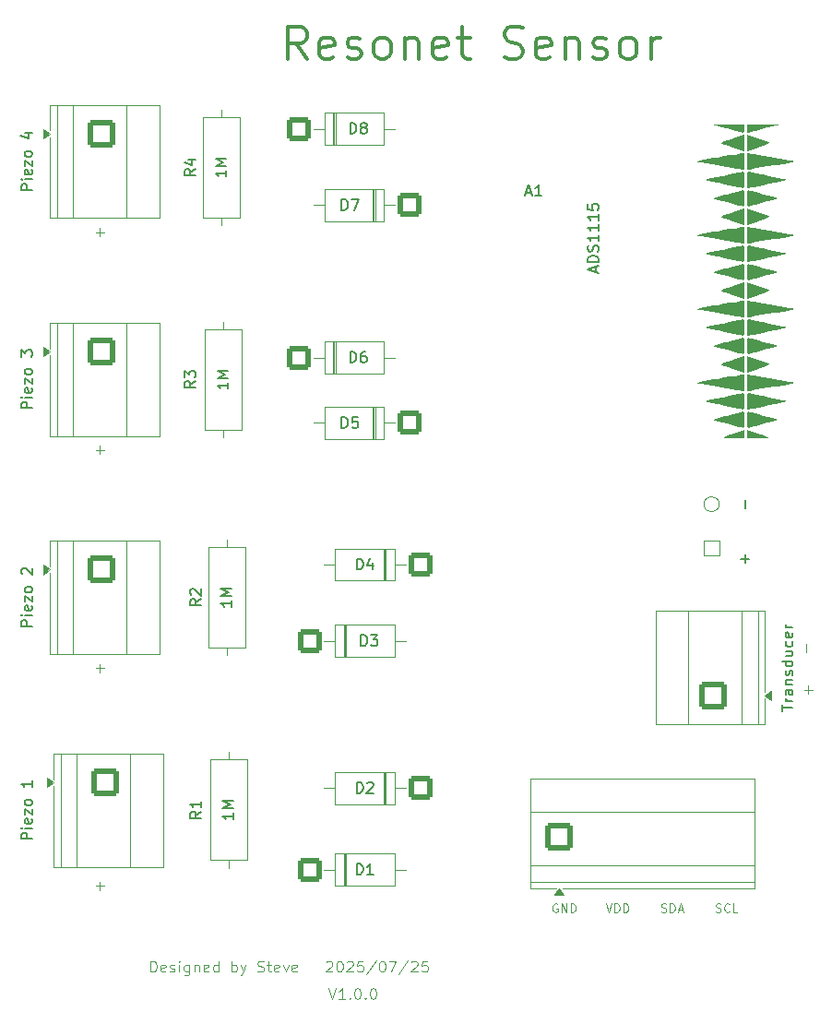
<source format=gbr>
%TF.GenerationSoftware,KiCad,Pcbnew,9.0.3*%
%TF.CreationDate,2025-07-29T12:02:24-04:00*%
%TF.ProjectId,resonet_board_square.kicad_pro,7265736f-6e65-4745-9f62-6f6172645f73,rev?*%
%TF.SameCoordinates,Original*%
%TF.FileFunction,Legend,Top*%
%TF.FilePolarity,Positive*%
%FSLAX46Y46*%
G04 Gerber Fmt 4.6, Leading zero omitted, Abs format (unit mm)*
G04 Created by KiCad (PCBNEW 9.0.3) date 2025-07-29 12:02:24*
%MOMM*%
%LPD*%
G01*
G04 APERTURE LIST*
G04 Aperture macros list*
%AMRoundRect*
0 Rectangle with rounded corners*
0 $1 Rounding radius*
0 $2 $3 $4 $5 $6 $7 $8 $9 X,Y pos of 4 corners*
0 Add a 4 corners polygon primitive as box body*
4,1,4,$2,$3,$4,$5,$6,$7,$8,$9,$2,$3,0*
0 Add four circle primitives for the rounded corners*
1,1,$1+$1,$2,$3*
1,1,$1+$1,$4,$5*
1,1,$1+$1,$6,$7*
1,1,$1+$1,$8,$9*
0 Add four rect primitives between the rounded corners*
20,1,$1+$1,$2,$3,$4,$5,0*
20,1,$1+$1,$4,$5,$6,$7,0*
20,1,$1+$1,$6,$7,$8,$9,0*
20,1,$1+$1,$8,$9,$2,$3,0*%
G04 Aperture macros list end*
%ADD10C,0.100000*%
%ADD11C,0.375000*%
%ADD12C,0.150000*%
%ADD13C,0.000000*%
%ADD14C,0.120000*%
%ADD15C,2.600000*%
%ADD16RoundRect,0.250000X-1.050000X1.050000X-1.050000X-1.050000X1.050000X-1.050000X1.050000X1.050000X0*%
%ADD17C,2.700000*%
%ADD18C,1.600000*%
%ADD19RoundRect,0.249999X-0.850001X-0.850001X0.850001X-0.850001X0.850001X0.850001X-0.850001X0.850001X0*%
%ADD20C,2.200000*%
%ADD21RoundRect,0.249999X0.850001X0.850001X-0.850001X0.850001X-0.850001X-0.850001X0.850001X-0.850001X0*%
%ADD22R,1.000000X1.000000*%
%ADD23R,1.524000X1.524000*%
%ADD24C,1.524000*%
%ADD25C,1.000000*%
%ADD26RoundRect,0.250000X1.050000X-1.050000X1.050000X1.050000X-1.050000X1.050000X-1.050000X-1.050000X0*%
%ADD27RoundRect,0.250000X-1.050000X-1.050000X1.050000X-1.050000X1.050000X1.050000X-1.050000X1.050000X0*%
G04 APERTURE END LIST*
D10*
X80661027Y-137872419D02*
X80994360Y-138872419D01*
X80994360Y-138872419D02*
X81327693Y-137872419D01*
X82184836Y-138872419D02*
X81613408Y-138872419D01*
X81899122Y-138872419D02*
X81899122Y-137872419D01*
X81899122Y-137872419D02*
X81803884Y-138015276D01*
X81803884Y-138015276D02*
X81708646Y-138110514D01*
X81708646Y-138110514D02*
X81613408Y-138158133D01*
X82613408Y-138777180D02*
X82661027Y-138824800D01*
X82661027Y-138824800D02*
X82613408Y-138872419D01*
X82613408Y-138872419D02*
X82565789Y-138824800D01*
X82565789Y-138824800D02*
X82613408Y-138777180D01*
X82613408Y-138777180D02*
X82613408Y-138872419D01*
X83280074Y-137872419D02*
X83375312Y-137872419D01*
X83375312Y-137872419D02*
X83470550Y-137920038D01*
X83470550Y-137920038D02*
X83518169Y-137967657D01*
X83518169Y-137967657D02*
X83565788Y-138062895D01*
X83565788Y-138062895D02*
X83613407Y-138253371D01*
X83613407Y-138253371D02*
X83613407Y-138491466D01*
X83613407Y-138491466D02*
X83565788Y-138681942D01*
X83565788Y-138681942D02*
X83518169Y-138777180D01*
X83518169Y-138777180D02*
X83470550Y-138824800D01*
X83470550Y-138824800D02*
X83375312Y-138872419D01*
X83375312Y-138872419D02*
X83280074Y-138872419D01*
X83280074Y-138872419D02*
X83184836Y-138824800D01*
X83184836Y-138824800D02*
X83137217Y-138777180D01*
X83137217Y-138777180D02*
X83089598Y-138681942D01*
X83089598Y-138681942D02*
X83041979Y-138491466D01*
X83041979Y-138491466D02*
X83041979Y-138253371D01*
X83041979Y-138253371D02*
X83089598Y-138062895D01*
X83089598Y-138062895D02*
X83137217Y-137967657D01*
X83137217Y-137967657D02*
X83184836Y-137920038D01*
X83184836Y-137920038D02*
X83280074Y-137872419D01*
X84041979Y-138777180D02*
X84089598Y-138824800D01*
X84089598Y-138824800D02*
X84041979Y-138872419D01*
X84041979Y-138872419D02*
X83994360Y-138824800D01*
X83994360Y-138824800D02*
X84041979Y-138777180D01*
X84041979Y-138777180D02*
X84041979Y-138872419D01*
X84708645Y-137872419D02*
X84803883Y-137872419D01*
X84803883Y-137872419D02*
X84899121Y-137920038D01*
X84899121Y-137920038D02*
X84946740Y-137967657D01*
X84946740Y-137967657D02*
X84994359Y-138062895D01*
X84994359Y-138062895D02*
X85041978Y-138253371D01*
X85041978Y-138253371D02*
X85041978Y-138491466D01*
X85041978Y-138491466D02*
X84994359Y-138681942D01*
X84994359Y-138681942D02*
X84946740Y-138777180D01*
X84946740Y-138777180D02*
X84899121Y-138824800D01*
X84899121Y-138824800D02*
X84803883Y-138872419D01*
X84803883Y-138872419D02*
X84708645Y-138872419D01*
X84708645Y-138872419D02*
X84613407Y-138824800D01*
X84613407Y-138824800D02*
X84565788Y-138777180D01*
X84565788Y-138777180D02*
X84518169Y-138681942D01*
X84518169Y-138681942D02*
X84470550Y-138491466D01*
X84470550Y-138491466D02*
X84470550Y-138253371D01*
X84470550Y-138253371D02*
X84518169Y-138062895D01*
X84518169Y-138062895D02*
X84565788Y-137967657D01*
X84565788Y-137967657D02*
X84613407Y-137920038D01*
X84613407Y-137920038D02*
X84708645Y-137872419D01*
X59303884Y-88491466D02*
X60065789Y-88491466D01*
X59684836Y-88872419D02*
X59684836Y-88110514D01*
X59303884Y-128491466D02*
X60065789Y-128491466D01*
X59684836Y-128872419D02*
X59684836Y-128110514D01*
X59303884Y-68491466D02*
X60065789Y-68491466D01*
X59684836Y-68872419D02*
X59684836Y-68110514D01*
X59303884Y-108491466D02*
X60065789Y-108491466D01*
X59684836Y-108872419D02*
X59684836Y-108110514D01*
X124508533Y-106303884D02*
X124508533Y-107065789D01*
X124303884Y-110491466D02*
X125065789Y-110491466D01*
X124684836Y-110872419D02*
X124684836Y-110110514D01*
X116218169Y-130858800D02*
X116332455Y-130896895D01*
X116332455Y-130896895D02*
X116522931Y-130896895D01*
X116522931Y-130896895D02*
X116599122Y-130858800D01*
X116599122Y-130858800D02*
X116637217Y-130820704D01*
X116637217Y-130820704D02*
X116675312Y-130744514D01*
X116675312Y-130744514D02*
X116675312Y-130668323D01*
X116675312Y-130668323D02*
X116637217Y-130592133D01*
X116637217Y-130592133D02*
X116599122Y-130554038D01*
X116599122Y-130554038D02*
X116522931Y-130515942D01*
X116522931Y-130515942D02*
X116370550Y-130477847D01*
X116370550Y-130477847D02*
X116294360Y-130439752D01*
X116294360Y-130439752D02*
X116256265Y-130401657D01*
X116256265Y-130401657D02*
X116218169Y-130325466D01*
X116218169Y-130325466D02*
X116218169Y-130249276D01*
X116218169Y-130249276D02*
X116256265Y-130173085D01*
X116256265Y-130173085D02*
X116294360Y-130134990D01*
X116294360Y-130134990D02*
X116370550Y-130096895D01*
X116370550Y-130096895D02*
X116561027Y-130096895D01*
X116561027Y-130096895D02*
X116675312Y-130134990D01*
X117475313Y-130820704D02*
X117437217Y-130858800D01*
X117437217Y-130858800D02*
X117322932Y-130896895D01*
X117322932Y-130896895D02*
X117246741Y-130896895D01*
X117246741Y-130896895D02*
X117132455Y-130858800D01*
X117132455Y-130858800D02*
X117056265Y-130782609D01*
X117056265Y-130782609D02*
X117018170Y-130706419D01*
X117018170Y-130706419D02*
X116980074Y-130554038D01*
X116980074Y-130554038D02*
X116980074Y-130439752D01*
X116980074Y-130439752D02*
X117018170Y-130287371D01*
X117018170Y-130287371D02*
X117056265Y-130211180D01*
X117056265Y-130211180D02*
X117132455Y-130134990D01*
X117132455Y-130134990D02*
X117246741Y-130096895D01*
X117246741Y-130096895D02*
X117322932Y-130096895D01*
X117322932Y-130096895D02*
X117437217Y-130134990D01*
X117437217Y-130134990D02*
X117475313Y-130173085D01*
X118199122Y-130896895D02*
X117818170Y-130896895D01*
X117818170Y-130896895D02*
X117818170Y-130096895D01*
X111218169Y-130858800D02*
X111332455Y-130896895D01*
X111332455Y-130896895D02*
X111522931Y-130896895D01*
X111522931Y-130896895D02*
X111599122Y-130858800D01*
X111599122Y-130858800D02*
X111637217Y-130820704D01*
X111637217Y-130820704D02*
X111675312Y-130744514D01*
X111675312Y-130744514D02*
X111675312Y-130668323D01*
X111675312Y-130668323D02*
X111637217Y-130592133D01*
X111637217Y-130592133D02*
X111599122Y-130554038D01*
X111599122Y-130554038D02*
X111522931Y-130515942D01*
X111522931Y-130515942D02*
X111370550Y-130477847D01*
X111370550Y-130477847D02*
X111294360Y-130439752D01*
X111294360Y-130439752D02*
X111256265Y-130401657D01*
X111256265Y-130401657D02*
X111218169Y-130325466D01*
X111218169Y-130325466D02*
X111218169Y-130249276D01*
X111218169Y-130249276D02*
X111256265Y-130173085D01*
X111256265Y-130173085D02*
X111294360Y-130134990D01*
X111294360Y-130134990D02*
X111370550Y-130096895D01*
X111370550Y-130096895D02*
X111561027Y-130096895D01*
X111561027Y-130096895D02*
X111675312Y-130134990D01*
X112018170Y-130896895D02*
X112018170Y-130096895D01*
X112018170Y-130096895D02*
X112208646Y-130096895D01*
X112208646Y-130096895D02*
X112322932Y-130134990D01*
X112322932Y-130134990D02*
X112399122Y-130211180D01*
X112399122Y-130211180D02*
X112437217Y-130287371D01*
X112437217Y-130287371D02*
X112475313Y-130439752D01*
X112475313Y-130439752D02*
X112475313Y-130554038D01*
X112475313Y-130554038D02*
X112437217Y-130706419D01*
X112437217Y-130706419D02*
X112399122Y-130782609D01*
X112399122Y-130782609D02*
X112322932Y-130858800D01*
X112322932Y-130858800D02*
X112208646Y-130896895D01*
X112208646Y-130896895D02*
X112018170Y-130896895D01*
X112780074Y-130668323D02*
X113161027Y-130668323D01*
X112703884Y-130896895D02*
X112970551Y-130096895D01*
X112970551Y-130096895D02*
X113237217Y-130896895D01*
X106141979Y-130096895D02*
X106408646Y-130896895D01*
X106408646Y-130896895D02*
X106675312Y-130096895D01*
X106941979Y-130896895D02*
X106941979Y-130096895D01*
X106941979Y-130096895D02*
X107132455Y-130096895D01*
X107132455Y-130096895D02*
X107246741Y-130134990D01*
X107246741Y-130134990D02*
X107322931Y-130211180D01*
X107322931Y-130211180D02*
X107361026Y-130287371D01*
X107361026Y-130287371D02*
X107399122Y-130439752D01*
X107399122Y-130439752D02*
X107399122Y-130554038D01*
X107399122Y-130554038D02*
X107361026Y-130706419D01*
X107361026Y-130706419D02*
X107322931Y-130782609D01*
X107322931Y-130782609D02*
X107246741Y-130858800D01*
X107246741Y-130858800D02*
X107132455Y-130896895D01*
X107132455Y-130896895D02*
X106941979Y-130896895D01*
X107741979Y-130896895D02*
X107741979Y-130096895D01*
X107741979Y-130096895D02*
X107932455Y-130096895D01*
X107932455Y-130096895D02*
X108046741Y-130134990D01*
X108046741Y-130134990D02*
X108122931Y-130211180D01*
X108122931Y-130211180D02*
X108161026Y-130287371D01*
X108161026Y-130287371D02*
X108199122Y-130439752D01*
X108199122Y-130439752D02*
X108199122Y-130554038D01*
X108199122Y-130554038D02*
X108161026Y-130706419D01*
X108161026Y-130706419D02*
X108122931Y-130782609D01*
X108122931Y-130782609D02*
X108046741Y-130858800D01*
X108046741Y-130858800D02*
X107932455Y-130896895D01*
X107932455Y-130896895D02*
X107741979Y-130896895D01*
X101675312Y-130134990D02*
X101599122Y-130096895D01*
X101599122Y-130096895D02*
X101484836Y-130096895D01*
X101484836Y-130096895D02*
X101370550Y-130134990D01*
X101370550Y-130134990D02*
X101294360Y-130211180D01*
X101294360Y-130211180D02*
X101256265Y-130287371D01*
X101256265Y-130287371D02*
X101218169Y-130439752D01*
X101218169Y-130439752D02*
X101218169Y-130554038D01*
X101218169Y-130554038D02*
X101256265Y-130706419D01*
X101256265Y-130706419D02*
X101294360Y-130782609D01*
X101294360Y-130782609D02*
X101370550Y-130858800D01*
X101370550Y-130858800D02*
X101484836Y-130896895D01*
X101484836Y-130896895D02*
X101561027Y-130896895D01*
X101561027Y-130896895D02*
X101675312Y-130858800D01*
X101675312Y-130858800D02*
X101713408Y-130820704D01*
X101713408Y-130820704D02*
X101713408Y-130554038D01*
X101713408Y-130554038D02*
X101561027Y-130554038D01*
X102056265Y-130896895D02*
X102056265Y-130096895D01*
X102056265Y-130096895D02*
X102513408Y-130896895D01*
X102513408Y-130896895D02*
X102513408Y-130096895D01*
X102894360Y-130896895D02*
X102894360Y-130096895D01*
X102894360Y-130096895D02*
X103084836Y-130096895D01*
X103084836Y-130096895D02*
X103199122Y-130134990D01*
X103199122Y-130134990D02*
X103275312Y-130211180D01*
X103275312Y-130211180D02*
X103313407Y-130287371D01*
X103313407Y-130287371D02*
X103351503Y-130439752D01*
X103351503Y-130439752D02*
X103351503Y-130554038D01*
X103351503Y-130554038D02*
X103313407Y-130706419D01*
X103313407Y-130706419D02*
X103275312Y-130782609D01*
X103275312Y-130782609D02*
X103199122Y-130858800D01*
X103199122Y-130858800D02*
X103084836Y-130896895D01*
X103084836Y-130896895D02*
X102894360Y-130896895D01*
X64303884Y-136372419D02*
X64303884Y-135372419D01*
X64303884Y-135372419D02*
X64541979Y-135372419D01*
X64541979Y-135372419D02*
X64684836Y-135420038D01*
X64684836Y-135420038D02*
X64780074Y-135515276D01*
X64780074Y-135515276D02*
X64827693Y-135610514D01*
X64827693Y-135610514D02*
X64875312Y-135800990D01*
X64875312Y-135800990D02*
X64875312Y-135943847D01*
X64875312Y-135943847D02*
X64827693Y-136134323D01*
X64827693Y-136134323D02*
X64780074Y-136229561D01*
X64780074Y-136229561D02*
X64684836Y-136324800D01*
X64684836Y-136324800D02*
X64541979Y-136372419D01*
X64541979Y-136372419D02*
X64303884Y-136372419D01*
X65684836Y-136324800D02*
X65589598Y-136372419D01*
X65589598Y-136372419D02*
X65399122Y-136372419D01*
X65399122Y-136372419D02*
X65303884Y-136324800D01*
X65303884Y-136324800D02*
X65256265Y-136229561D01*
X65256265Y-136229561D02*
X65256265Y-135848609D01*
X65256265Y-135848609D02*
X65303884Y-135753371D01*
X65303884Y-135753371D02*
X65399122Y-135705752D01*
X65399122Y-135705752D02*
X65589598Y-135705752D01*
X65589598Y-135705752D02*
X65684836Y-135753371D01*
X65684836Y-135753371D02*
X65732455Y-135848609D01*
X65732455Y-135848609D02*
X65732455Y-135943847D01*
X65732455Y-135943847D02*
X65256265Y-136039085D01*
X66113408Y-136324800D02*
X66208646Y-136372419D01*
X66208646Y-136372419D02*
X66399122Y-136372419D01*
X66399122Y-136372419D02*
X66494360Y-136324800D01*
X66494360Y-136324800D02*
X66541979Y-136229561D01*
X66541979Y-136229561D02*
X66541979Y-136181942D01*
X66541979Y-136181942D02*
X66494360Y-136086704D01*
X66494360Y-136086704D02*
X66399122Y-136039085D01*
X66399122Y-136039085D02*
X66256265Y-136039085D01*
X66256265Y-136039085D02*
X66161027Y-135991466D01*
X66161027Y-135991466D02*
X66113408Y-135896228D01*
X66113408Y-135896228D02*
X66113408Y-135848609D01*
X66113408Y-135848609D02*
X66161027Y-135753371D01*
X66161027Y-135753371D02*
X66256265Y-135705752D01*
X66256265Y-135705752D02*
X66399122Y-135705752D01*
X66399122Y-135705752D02*
X66494360Y-135753371D01*
X66970551Y-136372419D02*
X66970551Y-135705752D01*
X66970551Y-135372419D02*
X66922932Y-135420038D01*
X66922932Y-135420038D02*
X66970551Y-135467657D01*
X66970551Y-135467657D02*
X67018170Y-135420038D01*
X67018170Y-135420038D02*
X66970551Y-135372419D01*
X66970551Y-135372419D02*
X66970551Y-135467657D01*
X67875312Y-135705752D02*
X67875312Y-136515276D01*
X67875312Y-136515276D02*
X67827693Y-136610514D01*
X67827693Y-136610514D02*
X67780074Y-136658133D01*
X67780074Y-136658133D02*
X67684836Y-136705752D01*
X67684836Y-136705752D02*
X67541979Y-136705752D01*
X67541979Y-136705752D02*
X67446741Y-136658133D01*
X67875312Y-136324800D02*
X67780074Y-136372419D01*
X67780074Y-136372419D02*
X67589598Y-136372419D01*
X67589598Y-136372419D02*
X67494360Y-136324800D01*
X67494360Y-136324800D02*
X67446741Y-136277180D01*
X67446741Y-136277180D02*
X67399122Y-136181942D01*
X67399122Y-136181942D02*
X67399122Y-135896228D01*
X67399122Y-135896228D02*
X67446741Y-135800990D01*
X67446741Y-135800990D02*
X67494360Y-135753371D01*
X67494360Y-135753371D02*
X67589598Y-135705752D01*
X67589598Y-135705752D02*
X67780074Y-135705752D01*
X67780074Y-135705752D02*
X67875312Y-135753371D01*
X68351503Y-135705752D02*
X68351503Y-136372419D01*
X68351503Y-135800990D02*
X68399122Y-135753371D01*
X68399122Y-135753371D02*
X68494360Y-135705752D01*
X68494360Y-135705752D02*
X68637217Y-135705752D01*
X68637217Y-135705752D02*
X68732455Y-135753371D01*
X68732455Y-135753371D02*
X68780074Y-135848609D01*
X68780074Y-135848609D02*
X68780074Y-136372419D01*
X69637217Y-136324800D02*
X69541979Y-136372419D01*
X69541979Y-136372419D02*
X69351503Y-136372419D01*
X69351503Y-136372419D02*
X69256265Y-136324800D01*
X69256265Y-136324800D02*
X69208646Y-136229561D01*
X69208646Y-136229561D02*
X69208646Y-135848609D01*
X69208646Y-135848609D02*
X69256265Y-135753371D01*
X69256265Y-135753371D02*
X69351503Y-135705752D01*
X69351503Y-135705752D02*
X69541979Y-135705752D01*
X69541979Y-135705752D02*
X69637217Y-135753371D01*
X69637217Y-135753371D02*
X69684836Y-135848609D01*
X69684836Y-135848609D02*
X69684836Y-135943847D01*
X69684836Y-135943847D02*
X69208646Y-136039085D01*
X70541979Y-136372419D02*
X70541979Y-135372419D01*
X70541979Y-136324800D02*
X70446741Y-136372419D01*
X70446741Y-136372419D02*
X70256265Y-136372419D01*
X70256265Y-136372419D02*
X70161027Y-136324800D01*
X70161027Y-136324800D02*
X70113408Y-136277180D01*
X70113408Y-136277180D02*
X70065789Y-136181942D01*
X70065789Y-136181942D02*
X70065789Y-135896228D01*
X70065789Y-135896228D02*
X70113408Y-135800990D01*
X70113408Y-135800990D02*
X70161027Y-135753371D01*
X70161027Y-135753371D02*
X70256265Y-135705752D01*
X70256265Y-135705752D02*
X70446741Y-135705752D01*
X70446741Y-135705752D02*
X70541979Y-135753371D01*
X71780075Y-136372419D02*
X71780075Y-135372419D01*
X71780075Y-135753371D02*
X71875313Y-135705752D01*
X71875313Y-135705752D02*
X72065789Y-135705752D01*
X72065789Y-135705752D02*
X72161027Y-135753371D01*
X72161027Y-135753371D02*
X72208646Y-135800990D01*
X72208646Y-135800990D02*
X72256265Y-135896228D01*
X72256265Y-135896228D02*
X72256265Y-136181942D01*
X72256265Y-136181942D02*
X72208646Y-136277180D01*
X72208646Y-136277180D02*
X72161027Y-136324800D01*
X72161027Y-136324800D02*
X72065789Y-136372419D01*
X72065789Y-136372419D02*
X71875313Y-136372419D01*
X71875313Y-136372419D02*
X71780075Y-136324800D01*
X72589599Y-135705752D02*
X72827694Y-136372419D01*
X73065789Y-135705752D02*
X72827694Y-136372419D01*
X72827694Y-136372419D02*
X72732456Y-136610514D01*
X72732456Y-136610514D02*
X72684837Y-136658133D01*
X72684837Y-136658133D02*
X72589599Y-136705752D01*
X74161028Y-136324800D02*
X74303885Y-136372419D01*
X74303885Y-136372419D02*
X74541980Y-136372419D01*
X74541980Y-136372419D02*
X74637218Y-136324800D01*
X74637218Y-136324800D02*
X74684837Y-136277180D01*
X74684837Y-136277180D02*
X74732456Y-136181942D01*
X74732456Y-136181942D02*
X74732456Y-136086704D01*
X74732456Y-136086704D02*
X74684837Y-135991466D01*
X74684837Y-135991466D02*
X74637218Y-135943847D01*
X74637218Y-135943847D02*
X74541980Y-135896228D01*
X74541980Y-135896228D02*
X74351504Y-135848609D01*
X74351504Y-135848609D02*
X74256266Y-135800990D01*
X74256266Y-135800990D02*
X74208647Y-135753371D01*
X74208647Y-135753371D02*
X74161028Y-135658133D01*
X74161028Y-135658133D02*
X74161028Y-135562895D01*
X74161028Y-135562895D02*
X74208647Y-135467657D01*
X74208647Y-135467657D02*
X74256266Y-135420038D01*
X74256266Y-135420038D02*
X74351504Y-135372419D01*
X74351504Y-135372419D02*
X74589599Y-135372419D01*
X74589599Y-135372419D02*
X74732456Y-135420038D01*
X75018171Y-135705752D02*
X75399123Y-135705752D01*
X75161028Y-135372419D02*
X75161028Y-136229561D01*
X75161028Y-136229561D02*
X75208647Y-136324800D01*
X75208647Y-136324800D02*
X75303885Y-136372419D01*
X75303885Y-136372419D02*
X75399123Y-136372419D01*
X76113409Y-136324800D02*
X76018171Y-136372419D01*
X76018171Y-136372419D02*
X75827695Y-136372419D01*
X75827695Y-136372419D02*
X75732457Y-136324800D01*
X75732457Y-136324800D02*
X75684838Y-136229561D01*
X75684838Y-136229561D02*
X75684838Y-135848609D01*
X75684838Y-135848609D02*
X75732457Y-135753371D01*
X75732457Y-135753371D02*
X75827695Y-135705752D01*
X75827695Y-135705752D02*
X76018171Y-135705752D01*
X76018171Y-135705752D02*
X76113409Y-135753371D01*
X76113409Y-135753371D02*
X76161028Y-135848609D01*
X76161028Y-135848609D02*
X76161028Y-135943847D01*
X76161028Y-135943847D02*
X75684838Y-136039085D01*
X76494362Y-135705752D02*
X76732457Y-136372419D01*
X76732457Y-136372419D02*
X76970552Y-135705752D01*
X77732457Y-136324800D02*
X77637219Y-136372419D01*
X77637219Y-136372419D02*
X77446743Y-136372419D01*
X77446743Y-136372419D02*
X77351505Y-136324800D01*
X77351505Y-136324800D02*
X77303886Y-136229561D01*
X77303886Y-136229561D02*
X77303886Y-135848609D01*
X77303886Y-135848609D02*
X77351505Y-135753371D01*
X77351505Y-135753371D02*
X77446743Y-135705752D01*
X77446743Y-135705752D02*
X77637219Y-135705752D01*
X77637219Y-135705752D02*
X77732457Y-135753371D01*
X77732457Y-135753371D02*
X77780076Y-135848609D01*
X77780076Y-135848609D02*
X77780076Y-135943847D01*
X77780076Y-135943847D02*
X77303886Y-136039085D01*
X80446744Y-135467657D02*
X80494363Y-135420038D01*
X80494363Y-135420038D02*
X80589601Y-135372419D01*
X80589601Y-135372419D02*
X80827696Y-135372419D01*
X80827696Y-135372419D02*
X80922934Y-135420038D01*
X80922934Y-135420038D02*
X80970553Y-135467657D01*
X80970553Y-135467657D02*
X81018172Y-135562895D01*
X81018172Y-135562895D02*
X81018172Y-135658133D01*
X81018172Y-135658133D02*
X80970553Y-135800990D01*
X80970553Y-135800990D02*
X80399125Y-136372419D01*
X80399125Y-136372419D02*
X81018172Y-136372419D01*
X81637220Y-135372419D02*
X81732458Y-135372419D01*
X81732458Y-135372419D02*
X81827696Y-135420038D01*
X81827696Y-135420038D02*
X81875315Y-135467657D01*
X81875315Y-135467657D02*
X81922934Y-135562895D01*
X81922934Y-135562895D02*
X81970553Y-135753371D01*
X81970553Y-135753371D02*
X81970553Y-135991466D01*
X81970553Y-135991466D02*
X81922934Y-136181942D01*
X81922934Y-136181942D02*
X81875315Y-136277180D01*
X81875315Y-136277180D02*
X81827696Y-136324800D01*
X81827696Y-136324800D02*
X81732458Y-136372419D01*
X81732458Y-136372419D02*
X81637220Y-136372419D01*
X81637220Y-136372419D02*
X81541982Y-136324800D01*
X81541982Y-136324800D02*
X81494363Y-136277180D01*
X81494363Y-136277180D02*
X81446744Y-136181942D01*
X81446744Y-136181942D02*
X81399125Y-135991466D01*
X81399125Y-135991466D02*
X81399125Y-135753371D01*
X81399125Y-135753371D02*
X81446744Y-135562895D01*
X81446744Y-135562895D02*
X81494363Y-135467657D01*
X81494363Y-135467657D02*
X81541982Y-135420038D01*
X81541982Y-135420038D02*
X81637220Y-135372419D01*
X82351506Y-135467657D02*
X82399125Y-135420038D01*
X82399125Y-135420038D02*
X82494363Y-135372419D01*
X82494363Y-135372419D02*
X82732458Y-135372419D01*
X82732458Y-135372419D02*
X82827696Y-135420038D01*
X82827696Y-135420038D02*
X82875315Y-135467657D01*
X82875315Y-135467657D02*
X82922934Y-135562895D01*
X82922934Y-135562895D02*
X82922934Y-135658133D01*
X82922934Y-135658133D02*
X82875315Y-135800990D01*
X82875315Y-135800990D02*
X82303887Y-136372419D01*
X82303887Y-136372419D02*
X82922934Y-136372419D01*
X83827696Y-135372419D02*
X83351506Y-135372419D01*
X83351506Y-135372419D02*
X83303887Y-135848609D01*
X83303887Y-135848609D02*
X83351506Y-135800990D01*
X83351506Y-135800990D02*
X83446744Y-135753371D01*
X83446744Y-135753371D02*
X83684839Y-135753371D01*
X83684839Y-135753371D02*
X83780077Y-135800990D01*
X83780077Y-135800990D02*
X83827696Y-135848609D01*
X83827696Y-135848609D02*
X83875315Y-135943847D01*
X83875315Y-135943847D02*
X83875315Y-136181942D01*
X83875315Y-136181942D02*
X83827696Y-136277180D01*
X83827696Y-136277180D02*
X83780077Y-136324800D01*
X83780077Y-136324800D02*
X83684839Y-136372419D01*
X83684839Y-136372419D02*
X83446744Y-136372419D01*
X83446744Y-136372419D02*
X83351506Y-136324800D01*
X83351506Y-136324800D02*
X83303887Y-136277180D01*
X85018172Y-135324800D02*
X84161030Y-136610514D01*
X85541982Y-135372419D02*
X85637220Y-135372419D01*
X85637220Y-135372419D02*
X85732458Y-135420038D01*
X85732458Y-135420038D02*
X85780077Y-135467657D01*
X85780077Y-135467657D02*
X85827696Y-135562895D01*
X85827696Y-135562895D02*
X85875315Y-135753371D01*
X85875315Y-135753371D02*
X85875315Y-135991466D01*
X85875315Y-135991466D02*
X85827696Y-136181942D01*
X85827696Y-136181942D02*
X85780077Y-136277180D01*
X85780077Y-136277180D02*
X85732458Y-136324800D01*
X85732458Y-136324800D02*
X85637220Y-136372419D01*
X85637220Y-136372419D02*
X85541982Y-136372419D01*
X85541982Y-136372419D02*
X85446744Y-136324800D01*
X85446744Y-136324800D02*
X85399125Y-136277180D01*
X85399125Y-136277180D02*
X85351506Y-136181942D01*
X85351506Y-136181942D02*
X85303887Y-135991466D01*
X85303887Y-135991466D02*
X85303887Y-135753371D01*
X85303887Y-135753371D02*
X85351506Y-135562895D01*
X85351506Y-135562895D02*
X85399125Y-135467657D01*
X85399125Y-135467657D02*
X85446744Y-135420038D01*
X85446744Y-135420038D02*
X85541982Y-135372419D01*
X86208649Y-135372419D02*
X86875315Y-135372419D01*
X86875315Y-135372419D02*
X86446744Y-136372419D01*
X87970553Y-135324800D02*
X87113411Y-136610514D01*
X88256268Y-135467657D02*
X88303887Y-135420038D01*
X88303887Y-135420038D02*
X88399125Y-135372419D01*
X88399125Y-135372419D02*
X88637220Y-135372419D01*
X88637220Y-135372419D02*
X88732458Y-135420038D01*
X88732458Y-135420038D02*
X88780077Y-135467657D01*
X88780077Y-135467657D02*
X88827696Y-135562895D01*
X88827696Y-135562895D02*
X88827696Y-135658133D01*
X88827696Y-135658133D02*
X88780077Y-135800990D01*
X88780077Y-135800990D02*
X88208649Y-136372419D01*
X88208649Y-136372419D02*
X88827696Y-136372419D01*
X89732458Y-135372419D02*
X89256268Y-135372419D01*
X89256268Y-135372419D02*
X89208649Y-135848609D01*
X89208649Y-135848609D02*
X89256268Y-135800990D01*
X89256268Y-135800990D02*
X89351506Y-135753371D01*
X89351506Y-135753371D02*
X89589601Y-135753371D01*
X89589601Y-135753371D02*
X89684839Y-135800990D01*
X89684839Y-135800990D02*
X89732458Y-135848609D01*
X89732458Y-135848609D02*
X89780077Y-135943847D01*
X89780077Y-135943847D02*
X89780077Y-136181942D01*
X89780077Y-136181942D02*
X89732458Y-136277180D01*
X89732458Y-136277180D02*
X89684839Y-136324800D01*
X89684839Y-136324800D02*
X89589601Y-136372419D01*
X89589601Y-136372419D02*
X89351506Y-136372419D01*
X89351506Y-136372419D02*
X89256268Y-136324800D01*
X89256268Y-136324800D02*
X89208649Y-136277180D01*
D11*
X78675281Y-52613357D02*
X77675281Y-51184785D01*
X76960995Y-52613357D02*
X76960995Y-49613357D01*
X76960995Y-49613357D02*
X78103852Y-49613357D01*
X78103852Y-49613357D02*
X78389567Y-49756214D01*
X78389567Y-49756214D02*
X78532424Y-49899071D01*
X78532424Y-49899071D02*
X78675281Y-50184785D01*
X78675281Y-50184785D02*
X78675281Y-50613357D01*
X78675281Y-50613357D02*
X78532424Y-50899071D01*
X78532424Y-50899071D02*
X78389567Y-51041928D01*
X78389567Y-51041928D02*
X78103852Y-51184785D01*
X78103852Y-51184785D02*
X76960995Y-51184785D01*
X81103852Y-52470500D02*
X80818138Y-52613357D01*
X80818138Y-52613357D02*
X80246710Y-52613357D01*
X80246710Y-52613357D02*
X79960995Y-52470500D01*
X79960995Y-52470500D02*
X79818138Y-52184785D01*
X79818138Y-52184785D02*
X79818138Y-51041928D01*
X79818138Y-51041928D02*
X79960995Y-50756214D01*
X79960995Y-50756214D02*
X80246710Y-50613357D01*
X80246710Y-50613357D02*
X80818138Y-50613357D01*
X80818138Y-50613357D02*
X81103852Y-50756214D01*
X81103852Y-50756214D02*
X81246710Y-51041928D01*
X81246710Y-51041928D02*
X81246710Y-51327642D01*
X81246710Y-51327642D02*
X79818138Y-51613357D01*
X82389567Y-52470500D02*
X82675281Y-52613357D01*
X82675281Y-52613357D02*
X83246710Y-52613357D01*
X83246710Y-52613357D02*
X83532424Y-52470500D01*
X83532424Y-52470500D02*
X83675281Y-52184785D01*
X83675281Y-52184785D02*
X83675281Y-52041928D01*
X83675281Y-52041928D02*
X83532424Y-51756214D01*
X83532424Y-51756214D02*
X83246710Y-51613357D01*
X83246710Y-51613357D02*
X82818139Y-51613357D01*
X82818139Y-51613357D02*
X82532424Y-51470500D01*
X82532424Y-51470500D02*
X82389567Y-51184785D01*
X82389567Y-51184785D02*
X82389567Y-51041928D01*
X82389567Y-51041928D02*
X82532424Y-50756214D01*
X82532424Y-50756214D02*
X82818139Y-50613357D01*
X82818139Y-50613357D02*
X83246710Y-50613357D01*
X83246710Y-50613357D02*
X83532424Y-50756214D01*
X85389567Y-52613357D02*
X85103852Y-52470500D01*
X85103852Y-52470500D02*
X84960995Y-52327642D01*
X84960995Y-52327642D02*
X84818138Y-52041928D01*
X84818138Y-52041928D02*
X84818138Y-51184785D01*
X84818138Y-51184785D02*
X84960995Y-50899071D01*
X84960995Y-50899071D02*
X85103852Y-50756214D01*
X85103852Y-50756214D02*
X85389567Y-50613357D01*
X85389567Y-50613357D02*
X85818138Y-50613357D01*
X85818138Y-50613357D02*
X86103852Y-50756214D01*
X86103852Y-50756214D02*
X86246710Y-50899071D01*
X86246710Y-50899071D02*
X86389567Y-51184785D01*
X86389567Y-51184785D02*
X86389567Y-52041928D01*
X86389567Y-52041928D02*
X86246710Y-52327642D01*
X86246710Y-52327642D02*
X86103852Y-52470500D01*
X86103852Y-52470500D02*
X85818138Y-52613357D01*
X85818138Y-52613357D02*
X85389567Y-52613357D01*
X87675281Y-50613357D02*
X87675281Y-52613357D01*
X87675281Y-50899071D02*
X87818138Y-50756214D01*
X87818138Y-50756214D02*
X88103853Y-50613357D01*
X88103853Y-50613357D02*
X88532424Y-50613357D01*
X88532424Y-50613357D02*
X88818138Y-50756214D01*
X88818138Y-50756214D02*
X88960996Y-51041928D01*
X88960996Y-51041928D02*
X88960996Y-52613357D01*
X91532424Y-52470500D02*
X91246710Y-52613357D01*
X91246710Y-52613357D02*
X90675282Y-52613357D01*
X90675282Y-52613357D02*
X90389567Y-52470500D01*
X90389567Y-52470500D02*
X90246710Y-52184785D01*
X90246710Y-52184785D02*
X90246710Y-51041928D01*
X90246710Y-51041928D02*
X90389567Y-50756214D01*
X90389567Y-50756214D02*
X90675282Y-50613357D01*
X90675282Y-50613357D02*
X91246710Y-50613357D01*
X91246710Y-50613357D02*
X91532424Y-50756214D01*
X91532424Y-50756214D02*
X91675282Y-51041928D01*
X91675282Y-51041928D02*
X91675282Y-51327642D01*
X91675282Y-51327642D02*
X90246710Y-51613357D01*
X92532425Y-50613357D02*
X93675282Y-50613357D01*
X92960996Y-49613357D02*
X92960996Y-52184785D01*
X92960996Y-52184785D02*
X93103853Y-52470500D01*
X93103853Y-52470500D02*
X93389568Y-52613357D01*
X93389568Y-52613357D02*
X93675282Y-52613357D01*
X96818139Y-52470500D02*
X97246711Y-52613357D01*
X97246711Y-52613357D02*
X97960996Y-52613357D01*
X97960996Y-52613357D02*
X98246711Y-52470500D01*
X98246711Y-52470500D02*
X98389568Y-52327642D01*
X98389568Y-52327642D02*
X98532425Y-52041928D01*
X98532425Y-52041928D02*
X98532425Y-51756214D01*
X98532425Y-51756214D02*
X98389568Y-51470500D01*
X98389568Y-51470500D02*
X98246711Y-51327642D01*
X98246711Y-51327642D02*
X97960996Y-51184785D01*
X97960996Y-51184785D02*
X97389568Y-51041928D01*
X97389568Y-51041928D02*
X97103853Y-50899071D01*
X97103853Y-50899071D02*
X96960996Y-50756214D01*
X96960996Y-50756214D02*
X96818139Y-50470500D01*
X96818139Y-50470500D02*
X96818139Y-50184785D01*
X96818139Y-50184785D02*
X96960996Y-49899071D01*
X96960996Y-49899071D02*
X97103853Y-49756214D01*
X97103853Y-49756214D02*
X97389568Y-49613357D01*
X97389568Y-49613357D02*
X98103853Y-49613357D01*
X98103853Y-49613357D02*
X98532425Y-49756214D01*
X100960996Y-52470500D02*
X100675282Y-52613357D01*
X100675282Y-52613357D02*
X100103854Y-52613357D01*
X100103854Y-52613357D02*
X99818139Y-52470500D01*
X99818139Y-52470500D02*
X99675282Y-52184785D01*
X99675282Y-52184785D02*
X99675282Y-51041928D01*
X99675282Y-51041928D02*
X99818139Y-50756214D01*
X99818139Y-50756214D02*
X100103854Y-50613357D01*
X100103854Y-50613357D02*
X100675282Y-50613357D01*
X100675282Y-50613357D02*
X100960996Y-50756214D01*
X100960996Y-50756214D02*
X101103854Y-51041928D01*
X101103854Y-51041928D02*
X101103854Y-51327642D01*
X101103854Y-51327642D02*
X99675282Y-51613357D01*
X102389568Y-50613357D02*
X102389568Y-52613357D01*
X102389568Y-50899071D02*
X102532425Y-50756214D01*
X102532425Y-50756214D02*
X102818140Y-50613357D01*
X102818140Y-50613357D02*
X103246711Y-50613357D01*
X103246711Y-50613357D02*
X103532425Y-50756214D01*
X103532425Y-50756214D02*
X103675283Y-51041928D01*
X103675283Y-51041928D02*
X103675283Y-52613357D01*
X104960997Y-52470500D02*
X105246711Y-52613357D01*
X105246711Y-52613357D02*
X105818140Y-52613357D01*
X105818140Y-52613357D02*
X106103854Y-52470500D01*
X106103854Y-52470500D02*
X106246711Y-52184785D01*
X106246711Y-52184785D02*
X106246711Y-52041928D01*
X106246711Y-52041928D02*
X106103854Y-51756214D01*
X106103854Y-51756214D02*
X105818140Y-51613357D01*
X105818140Y-51613357D02*
X105389569Y-51613357D01*
X105389569Y-51613357D02*
X105103854Y-51470500D01*
X105103854Y-51470500D02*
X104960997Y-51184785D01*
X104960997Y-51184785D02*
X104960997Y-51041928D01*
X104960997Y-51041928D02*
X105103854Y-50756214D01*
X105103854Y-50756214D02*
X105389569Y-50613357D01*
X105389569Y-50613357D02*
X105818140Y-50613357D01*
X105818140Y-50613357D02*
X106103854Y-50756214D01*
X107960997Y-52613357D02*
X107675282Y-52470500D01*
X107675282Y-52470500D02*
X107532425Y-52327642D01*
X107532425Y-52327642D02*
X107389568Y-52041928D01*
X107389568Y-52041928D02*
X107389568Y-51184785D01*
X107389568Y-51184785D02*
X107532425Y-50899071D01*
X107532425Y-50899071D02*
X107675282Y-50756214D01*
X107675282Y-50756214D02*
X107960997Y-50613357D01*
X107960997Y-50613357D02*
X108389568Y-50613357D01*
X108389568Y-50613357D02*
X108675282Y-50756214D01*
X108675282Y-50756214D02*
X108818140Y-50899071D01*
X108818140Y-50899071D02*
X108960997Y-51184785D01*
X108960997Y-51184785D02*
X108960997Y-52041928D01*
X108960997Y-52041928D02*
X108818140Y-52327642D01*
X108818140Y-52327642D02*
X108675282Y-52470500D01*
X108675282Y-52470500D02*
X108389568Y-52613357D01*
X108389568Y-52613357D02*
X107960997Y-52613357D01*
X110246711Y-52613357D02*
X110246711Y-50613357D01*
X110246711Y-51184785D02*
X110389568Y-50899071D01*
X110389568Y-50899071D02*
X110532426Y-50756214D01*
X110532426Y-50756214D02*
X110818140Y-50613357D01*
X110818140Y-50613357D02*
X111103854Y-50613357D01*
D12*
X53454819Y-84642856D02*
X52454819Y-84642856D01*
X52454819Y-84642856D02*
X52454819Y-84261904D01*
X52454819Y-84261904D02*
X52502438Y-84166666D01*
X52502438Y-84166666D02*
X52550057Y-84119047D01*
X52550057Y-84119047D02*
X52645295Y-84071428D01*
X52645295Y-84071428D02*
X52788152Y-84071428D01*
X52788152Y-84071428D02*
X52883390Y-84119047D01*
X52883390Y-84119047D02*
X52931009Y-84166666D01*
X52931009Y-84166666D02*
X52978628Y-84261904D01*
X52978628Y-84261904D02*
X52978628Y-84642856D01*
X53454819Y-83642856D02*
X52788152Y-83642856D01*
X52454819Y-83642856D02*
X52502438Y-83690475D01*
X52502438Y-83690475D02*
X52550057Y-83642856D01*
X52550057Y-83642856D02*
X52502438Y-83595237D01*
X52502438Y-83595237D02*
X52454819Y-83642856D01*
X52454819Y-83642856D02*
X52550057Y-83642856D01*
X53407200Y-82785714D02*
X53454819Y-82880952D01*
X53454819Y-82880952D02*
X53454819Y-83071428D01*
X53454819Y-83071428D02*
X53407200Y-83166666D01*
X53407200Y-83166666D02*
X53311961Y-83214285D01*
X53311961Y-83214285D02*
X52931009Y-83214285D01*
X52931009Y-83214285D02*
X52835771Y-83166666D01*
X52835771Y-83166666D02*
X52788152Y-83071428D01*
X52788152Y-83071428D02*
X52788152Y-82880952D01*
X52788152Y-82880952D02*
X52835771Y-82785714D01*
X52835771Y-82785714D02*
X52931009Y-82738095D01*
X52931009Y-82738095D02*
X53026247Y-82738095D01*
X53026247Y-82738095D02*
X53121485Y-83214285D01*
X52788152Y-82404761D02*
X52788152Y-81880952D01*
X52788152Y-81880952D02*
X53454819Y-82404761D01*
X53454819Y-82404761D02*
X53454819Y-81880952D01*
X53454819Y-81357142D02*
X53407200Y-81452380D01*
X53407200Y-81452380D02*
X53359580Y-81499999D01*
X53359580Y-81499999D02*
X53264342Y-81547618D01*
X53264342Y-81547618D02*
X52978628Y-81547618D01*
X52978628Y-81547618D02*
X52883390Y-81499999D01*
X52883390Y-81499999D02*
X52835771Y-81452380D01*
X52835771Y-81452380D02*
X52788152Y-81357142D01*
X52788152Y-81357142D02*
X52788152Y-81214285D01*
X52788152Y-81214285D02*
X52835771Y-81119047D01*
X52835771Y-81119047D02*
X52883390Y-81071428D01*
X52883390Y-81071428D02*
X52978628Y-81023809D01*
X52978628Y-81023809D02*
X53264342Y-81023809D01*
X53264342Y-81023809D02*
X53359580Y-81071428D01*
X53359580Y-81071428D02*
X53407200Y-81119047D01*
X53407200Y-81119047D02*
X53454819Y-81214285D01*
X53454819Y-81214285D02*
X53454819Y-81357142D01*
X52454819Y-79928570D02*
X52454819Y-79309523D01*
X52454819Y-79309523D02*
X52835771Y-79642856D01*
X52835771Y-79642856D02*
X52835771Y-79499999D01*
X52835771Y-79499999D02*
X52883390Y-79404761D01*
X52883390Y-79404761D02*
X52931009Y-79357142D01*
X52931009Y-79357142D02*
X53026247Y-79309523D01*
X53026247Y-79309523D02*
X53264342Y-79309523D01*
X53264342Y-79309523D02*
X53359580Y-79357142D01*
X53359580Y-79357142D02*
X53407200Y-79404761D01*
X53407200Y-79404761D02*
X53454819Y-79499999D01*
X53454819Y-79499999D02*
X53454819Y-79785713D01*
X53454819Y-79785713D02*
X53407200Y-79880951D01*
X53407200Y-79880951D02*
X53359580Y-79928570D01*
X53454819Y-104642856D02*
X52454819Y-104642856D01*
X52454819Y-104642856D02*
X52454819Y-104261904D01*
X52454819Y-104261904D02*
X52502438Y-104166666D01*
X52502438Y-104166666D02*
X52550057Y-104119047D01*
X52550057Y-104119047D02*
X52645295Y-104071428D01*
X52645295Y-104071428D02*
X52788152Y-104071428D01*
X52788152Y-104071428D02*
X52883390Y-104119047D01*
X52883390Y-104119047D02*
X52931009Y-104166666D01*
X52931009Y-104166666D02*
X52978628Y-104261904D01*
X52978628Y-104261904D02*
X52978628Y-104642856D01*
X53454819Y-103642856D02*
X52788152Y-103642856D01*
X52454819Y-103642856D02*
X52502438Y-103690475D01*
X52502438Y-103690475D02*
X52550057Y-103642856D01*
X52550057Y-103642856D02*
X52502438Y-103595237D01*
X52502438Y-103595237D02*
X52454819Y-103642856D01*
X52454819Y-103642856D02*
X52550057Y-103642856D01*
X53407200Y-102785714D02*
X53454819Y-102880952D01*
X53454819Y-102880952D02*
X53454819Y-103071428D01*
X53454819Y-103071428D02*
X53407200Y-103166666D01*
X53407200Y-103166666D02*
X53311961Y-103214285D01*
X53311961Y-103214285D02*
X52931009Y-103214285D01*
X52931009Y-103214285D02*
X52835771Y-103166666D01*
X52835771Y-103166666D02*
X52788152Y-103071428D01*
X52788152Y-103071428D02*
X52788152Y-102880952D01*
X52788152Y-102880952D02*
X52835771Y-102785714D01*
X52835771Y-102785714D02*
X52931009Y-102738095D01*
X52931009Y-102738095D02*
X53026247Y-102738095D01*
X53026247Y-102738095D02*
X53121485Y-103214285D01*
X52788152Y-102404761D02*
X52788152Y-101880952D01*
X52788152Y-101880952D02*
X53454819Y-102404761D01*
X53454819Y-102404761D02*
X53454819Y-101880952D01*
X53454819Y-101357142D02*
X53407200Y-101452380D01*
X53407200Y-101452380D02*
X53359580Y-101499999D01*
X53359580Y-101499999D02*
X53264342Y-101547618D01*
X53264342Y-101547618D02*
X52978628Y-101547618D01*
X52978628Y-101547618D02*
X52883390Y-101499999D01*
X52883390Y-101499999D02*
X52835771Y-101452380D01*
X52835771Y-101452380D02*
X52788152Y-101357142D01*
X52788152Y-101357142D02*
X52788152Y-101214285D01*
X52788152Y-101214285D02*
X52835771Y-101119047D01*
X52835771Y-101119047D02*
X52883390Y-101071428D01*
X52883390Y-101071428D02*
X52978628Y-101023809D01*
X52978628Y-101023809D02*
X53264342Y-101023809D01*
X53264342Y-101023809D02*
X53359580Y-101071428D01*
X53359580Y-101071428D02*
X53407200Y-101119047D01*
X53407200Y-101119047D02*
X53454819Y-101214285D01*
X53454819Y-101214285D02*
X53454819Y-101357142D01*
X52550057Y-99880951D02*
X52502438Y-99833332D01*
X52502438Y-99833332D02*
X52454819Y-99738094D01*
X52454819Y-99738094D02*
X52454819Y-99499999D01*
X52454819Y-99499999D02*
X52502438Y-99404761D01*
X52502438Y-99404761D02*
X52550057Y-99357142D01*
X52550057Y-99357142D02*
X52645295Y-99309523D01*
X52645295Y-99309523D02*
X52740533Y-99309523D01*
X52740533Y-99309523D02*
X52883390Y-99357142D01*
X52883390Y-99357142D02*
X53454819Y-99928570D01*
X53454819Y-99928570D02*
X53454819Y-99309523D01*
X53454819Y-64642856D02*
X52454819Y-64642856D01*
X52454819Y-64642856D02*
X52454819Y-64261904D01*
X52454819Y-64261904D02*
X52502438Y-64166666D01*
X52502438Y-64166666D02*
X52550057Y-64119047D01*
X52550057Y-64119047D02*
X52645295Y-64071428D01*
X52645295Y-64071428D02*
X52788152Y-64071428D01*
X52788152Y-64071428D02*
X52883390Y-64119047D01*
X52883390Y-64119047D02*
X52931009Y-64166666D01*
X52931009Y-64166666D02*
X52978628Y-64261904D01*
X52978628Y-64261904D02*
X52978628Y-64642856D01*
X53454819Y-63642856D02*
X52788152Y-63642856D01*
X52454819Y-63642856D02*
X52502438Y-63690475D01*
X52502438Y-63690475D02*
X52550057Y-63642856D01*
X52550057Y-63642856D02*
X52502438Y-63595237D01*
X52502438Y-63595237D02*
X52454819Y-63642856D01*
X52454819Y-63642856D02*
X52550057Y-63642856D01*
X53407200Y-62785714D02*
X53454819Y-62880952D01*
X53454819Y-62880952D02*
X53454819Y-63071428D01*
X53454819Y-63071428D02*
X53407200Y-63166666D01*
X53407200Y-63166666D02*
X53311961Y-63214285D01*
X53311961Y-63214285D02*
X52931009Y-63214285D01*
X52931009Y-63214285D02*
X52835771Y-63166666D01*
X52835771Y-63166666D02*
X52788152Y-63071428D01*
X52788152Y-63071428D02*
X52788152Y-62880952D01*
X52788152Y-62880952D02*
X52835771Y-62785714D01*
X52835771Y-62785714D02*
X52931009Y-62738095D01*
X52931009Y-62738095D02*
X53026247Y-62738095D01*
X53026247Y-62738095D02*
X53121485Y-63214285D01*
X52788152Y-62404761D02*
X52788152Y-61880952D01*
X52788152Y-61880952D02*
X53454819Y-62404761D01*
X53454819Y-62404761D02*
X53454819Y-61880952D01*
X53454819Y-61357142D02*
X53407200Y-61452380D01*
X53407200Y-61452380D02*
X53359580Y-61499999D01*
X53359580Y-61499999D02*
X53264342Y-61547618D01*
X53264342Y-61547618D02*
X52978628Y-61547618D01*
X52978628Y-61547618D02*
X52883390Y-61499999D01*
X52883390Y-61499999D02*
X52835771Y-61452380D01*
X52835771Y-61452380D02*
X52788152Y-61357142D01*
X52788152Y-61357142D02*
X52788152Y-61214285D01*
X52788152Y-61214285D02*
X52835771Y-61119047D01*
X52835771Y-61119047D02*
X52883390Y-61071428D01*
X52883390Y-61071428D02*
X52978628Y-61023809D01*
X52978628Y-61023809D02*
X53264342Y-61023809D01*
X53264342Y-61023809D02*
X53359580Y-61071428D01*
X53359580Y-61071428D02*
X53407200Y-61119047D01*
X53407200Y-61119047D02*
X53454819Y-61214285D01*
X53454819Y-61214285D02*
X53454819Y-61357142D01*
X52788152Y-59404761D02*
X53454819Y-59404761D01*
X52407200Y-59642856D02*
X53121485Y-59880951D01*
X53121485Y-59880951D02*
X53121485Y-59261904D01*
X53454819Y-124182856D02*
X52454819Y-124182856D01*
X52454819Y-124182856D02*
X52454819Y-123801904D01*
X52454819Y-123801904D02*
X52502438Y-123706666D01*
X52502438Y-123706666D02*
X52550057Y-123659047D01*
X52550057Y-123659047D02*
X52645295Y-123611428D01*
X52645295Y-123611428D02*
X52788152Y-123611428D01*
X52788152Y-123611428D02*
X52883390Y-123659047D01*
X52883390Y-123659047D02*
X52931009Y-123706666D01*
X52931009Y-123706666D02*
X52978628Y-123801904D01*
X52978628Y-123801904D02*
X52978628Y-124182856D01*
X53454819Y-123182856D02*
X52788152Y-123182856D01*
X52454819Y-123182856D02*
X52502438Y-123230475D01*
X52502438Y-123230475D02*
X52550057Y-123182856D01*
X52550057Y-123182856D02*
X52502438Y-123135237D01*
X52502438Y-123135237D02*
X52454819Y-123182856D01*
X52454819Y-123182856D02*
X52550057Y-123182856D01*
X53407200Y-122325714D02*
X53454819Y-122420952D01*
X53454819Y-122420952D02*
X53454819Y-122611428D01*
X53454819Y-122611428D02*
X53407200Y-122706666D01*
X53407200Y-122706666D02*
X53311961Y-122754285D01*
X53311961Y-122754285D02*
X52931009Y-122754285D01*
X52931009Y-122754285D02*
X52835771Y-122706666D01*
X52835771Y-122706666D02*
X52788152Y-122611428D01*
X52788152Y-122611428D02*
X52788152Y-122420952D01*
X52788152Y-122420952D02*
X52835771Y-122325714D01*
X52835771Y-122325714D02*
X52931009Y-122278095D01*
X52931009Y-122278095D02*
X53026247Y-122278095D01*
X53026247Y-122278095D02*
X53121485Y-122754285D01*
X52788152Y-121944761D02*
X52788152Y-121420952D01*
X52788152Y-121420952D02*
X53454819Y-121944761D01*
X53454819Y-121944761D02*
X53454819Y-121420952D01*
X53454819Y-120897142D02*
X53407200Y-120992380D01*
X53407200Y-120992380D02*
X53359580Y-121039999D01*
X53359580Y-121039999D02*
X53264342Y-121087618D01*
X53264342Y-121087618D02*
X52978628Y-121087618D01*
X52978628Y-121087618D02*
X52883390Y-121039999D01*
X52883390Y-121039999D02*
X52835771Y-120992380D01*
X52835771Y-120992380D02*
X52788152Y-120897142D01*
X52788152Y-120897142D02*
X52788152Y-120754285D01*
X52788152Y-120754285D02*
X52835771Y-120659047D01*
X52835771Y-120659047D02*
X52883390Y-120611428D01*
X52883390Y-120611428D02*
X52978628Y-120563809D01*
X52978628Y-120563809D02*
X53264342Y-120563809D01*
X53264342Y-120563809D02*
X53359580Y-120611428D01*
X53359580Y-120611428D02*
X53407200Y-120659047D01*
X53407200Y-120659047D02*
X53454819Y-120754285D01*
X53454819Y-120754285D02*
X53454819Y-120897142D01*
X53454819Y-118849523D02*
X53454819Y-119420951D01*
X53454819Y-119135237D02*
X52454819Y-119135237D01*
X52454819Y-119135237D02*
X52597676Y-119230475D01*
X52597676Y-119230475D02*
X52692914Y-119325713D01*
X52692914Y-119325713D02*
X52740533Y-119420951D01*
X71454819Y-82285714D02*
X71454819Y-82857142D01*
X71454819Y-82571428D02*
X70454819Y-82571428D01*
X70454819Y-82571428D02*
X70597676Y-82666666D01*
X70597676Y-82666666D02*
X70692914Y-82761904D01*
X70692914Y-82761904D02*
X70740533Y-82857142D01*
X71454819Y-81857142D02*
X70454819Y-81857142D01*
X70454819Y-81857142D02*
X71169104Y-81523809D01*
X71169104Y-81523809D02*
X70454819Y-81190476D01*
X70454819Y-81190476D02*
X71454819Y-81190476D01*
X68454819Y-82166666D02*
X67978628Y-82499999D01*
X68454819Y-82738094D02*
X67454819Y-82738094D01*
X67454819Y-82738094D02*
X67454819Y-82357142D01*
X67454819Y-82357142D02*
X67502438Y-82261904D01*
X67502438Y-82261904D02*
X67550057Y-82214285D01*
X67550057Y-82214285D02*
X67645295Y-82166666D01*
X67645295Y-82166666D02*
X67788152Y-82166666D01*
X67788152Y-82166666D02*
X67883390Y-82214285D01*
X67883390Y-82214285D02*
X67931009Y-82261904D01*
X67931009Y-82261904D02*
X67978628Y-82357142D01*
X67978628Y-82357142D02*
X67978628Y-82738094D01*
X67454819Y-81833332D02*
X67454819Y-81214285D01*
X67454819Y-81214285D02*
X67835771Y-81547618D01*
X67835771Y-81547618D02*
X67835771Y-81404761D01*
X67835771Y-81404761D02*
X67883390Y-81309523D01*
X67883390Y-81309523D02*
X67931009Y-81261904D01*
X67931009Y-81261904D02*
X68026247Y-81214285D01*
X68026247Y-81214285D02*
X68264342Y-81214285D01*
X68264342Y-81214285D02*
X68359580Y-81261904D01*
X68359580Y-81261904D02*
X68407200Y-81309523D01*
X68407200Y-81309523D02*
X68454819Y-81404761D01*
X68454819Y-81404761D02*
X68454819Y-81690475D01*
X68454819Y-81690475D02*
X68407200Y-81785713D01*
X68407200Y-81785713D02*
X68359580Y-81833332D01*
X71954819Y-121785714D02*
X71954819Y-122357142D01*
X71954819Y-122071428D02*
X70954819Y-122071428D01*
X70954819Y-122071428D02*
X71097676Y-122166666D01*
X71097676Y-122166666D02*
X71192914Y-122261904D01*
X71192914Y-122261904D02*
X71240533Y-122357142D01*
X71954819Y-121357142D02*
X70954819Y-121357142D01*
X70954819Y-121357142D02*
X71669104Y-121023809D01*
X71669104Y-121023809D02*
X70954819Y-120690476D01*
X70954819Y-120690476D02*
X71954819Y-120690476D01*
X68954819Y-121666666D02*
X68478628Y-121999999D01*
X68954819Y-122238094D02*
X67954819Y-122238094D01*
X67954819Y-122238094D02*
X67954819Y-121857142D01*
X67954819Y-121857142D02*
X68002438Y-121761904D01*
X68002438Y-121761904D02*
X68050057Y-121714285D01*
X68050057Y-121714285D02*
X68145295Y-121666666D01*
X68145295Y-121666666D02*
X68288152Y-121666666D01*
X68288152Y-121666666D02*
X68383390Y-121714285D01*
X68383390Y-121714285D02*
X68431009Y-121761904D01*
X68431009Y-121761904D02*
X68478628Y-121857142D01*
X68478628Y-121857142D02*
X68478628Y-122238094D01*
X68954819Y-120714285D02*
X68954819Y-121285713D01*
X68954819Y-120999999D02*
X67954819Y-120999999D01*
X67954819Y-120999999D02*
X68097676Y-121095237D01*
X68097676Y-121095237D02*
X68192914Y-121190475D01*
X68192914Y-121190475D02*
X68240533Y-121285713D01*
X82651905Y-59454819D02*
X82651905Y-58454819D01*
X82651905Y-58454819D02*
X82890000Y-58454819D01*
X82890000Y-58454819D02*
X83032857Y-58502438D01*
X83032857Y-58502438D02*
X83128095Y-58597676D01*
X83128095Y-58597676D02*
X83175714Y-58692914D01*
X83175714Y-58692914D02*
X83223333Y-58883390D01*
X83223333Y-58883390D02*
X83223333Y-59026247D01*
X83223333Y-59026247D02*
X83175714Y-59216723D01*
X83175714Y-59216723D02*
X83128095Y-59311961D01*
X83128095Y-59311961D02*
X83032857Y-59407200D01*
X83032857Y-59407200D02*
X82890000Y-59454819D01*
X82890000Y-59454819D02*
X82651905Y-59454819D01*
X83794762Y-58883390D02*
X83699524Y-58835771D01*
X83699524Y-58835771D02*
X83651905Y-58788152D01*
X83651905Y-58788152D02*
X83604286Y-58692914D01*
X83604286Y-58692914D02*
X83604286Y-58645295D01*
X83604286Y-58645295D02*
X83651905Y-58550057D01*
X83651905Y-58550057D02*
X83699524Y-58502438D01*
X83699524Y-58502438D02*
X83794762Y-58454819D01*
X83794762Y-58454819D02*
X83985238Y-58454819D01*
X83985238Y-58454819D02*
X84080476Y-58502438D01*
X84080476Y-58502438D02*
X84128095Y-58550057D01*
X84128095Y-58550057D02*
X84175714Y-58645295D01*
X84175714Y-58645295D02*
X84175714Y-58692914D01*
X84175714Y-58692914D02*
X84128095Y-58788152D01*
X84128095Y-58788152D02*
X84080476Y-58835771D01*
X84080476Y-58835771D02*
X83985238Y-58883390D01*
X83985238Y-58883390D02*
X83794762Y-58883390D01*
X83794762Y-58883390D02*
X83699524Y-58931009D01*
X83699524Y-58931009D02*
X83651905Y-58978628D01*
X83651905Y-58978628D02*
X83604286Y-59073866D01*
X83604286Y-59073866D02*
X83604286Y-59264342D01*
X83604286Y-59264342D02*
X83651905Y-59359580D01*
X83651905Y-59359580D02*
X83699524Y-59407200D01*
X83699524Y-59407200D02*
X83794762Y-59454819D01*
X83794762Y-59454819D02*
X83985238Y-59454819D01*
X83985238Y-59454819D02*
X84080476Y-59407200D01*
X84080476Y-59407200D02*
X84128095Y-59359580D01*
X84128095Y-59359580D02*
X84175714Y-59264342D01*
X84175714Y-59264342D02*
X84175714Y-59073866D01*
X84175714Y-59073866D02*
X84128095Y-58978628D01*
X84128095Y-58978628D02*
X84080476Y-58931009D01*
X84080476Y-58931009D02*
X83985238Y-58883390D01*
X81871905Y-86454819D02*
X81871905Y-85454819D01*
X81871905Y-85454819D02*
X82110000Y-85454819D01*
X82110000Y-85454819D02*
X82252857Y-85502438D01*
X82252857Y-85502438D02*
X82348095Y-85597676D01*
X82348095Y-85597676D02*
X82395714Y-85692914D01*
X82395714Y-85692914D02*
X82443333Y-85883390D01*
X82443333Y-85883390D02*
X82443333Y-86026247D01*
X82443333Y-86026247D02*
X82395714Y-86216723D01*
X82395714Y-86216723D02*
X82348095Y-86311961D01*
X82348095Y-86311961D02*
X82252857Y-86407200D01*
X82252857Y-86407200D02*
X82110000Y-86454819D01*
X82110000Y-86454819D02*
X81871905Y-86454819D01*
X83348095Y-85454819D02*
X82871905Y-85454819D01*
X82871905Y-85454819D02*
X82824286Y-85931009D01*
X82824286Y-85931009D02*
X82871905Y-85883390D01*
X82871905Y-85883390D02*
X82967143Y-85835771D01*
X82967143Y-85835771D02*
X83205238Y-85835771D01*
X83205238Y-85835771D02*
X83300476Y-85883390D01*
X83300476Y-85883390D02*
X83348095Y-85931009D01*
X83348095Y-85931009D02*
X83395714Y-86026247D01*
X83395714Y-86026247D02*
X83395714Y-86264342D01*
X83395714Y-86264342D02*
X83348095Y-86359580D01*
X83348095Y-86359580D02*
X83300476Y-86407200D01*
X83300476Y-86407200D02*
X83205238Y-86454819D01*
X83205238Y-86454819D02*
X82967143Y-86454819D01*
X82967143Y-86454819D02*
X82871905Y-86407200D01*
X82871905Y-86407200D02*
X82824286Y-86359580D01*
X71782319Y-102285714D02*
X71782319Y-102857142D01*
X71782319Y-102571428D02*
X70782319Y-102571428D01*
X70782319Y-102571428D02*
X70925176Y-102666666D01*
X70925176Y-102666666D02*
X71020414Y-102761904D01*
X71020414Y-102761904D02*
X71068033Y-102857142D01*
X71782319Y-101857142D02*
X70782319Y-101857142D01*
X70782319Y-101857142D02*
X71496604Y-101523809D01*
X71496604Y-101523809D02*
X70782319Y-101190476D01*
X70782319Y-101190476D02*
X71782319Y-101190476D01*
X68954819Y-102166666D02*
X68478628Y-102499999D01*
X68954819Y-102738094D02*
X67954819Y-102738094D01*
X67954819Y-102738094D02*
X67954819Y-102357142D01*
X67954819Y-102357142D02*
X68002438Y-102261904D01*
X68002438Y-102261904D02*
X68050057Y-102214285D01*
X68050057Y-102214285D02*
X68145295Y-102166666D01*
X68145295Y-102166666D02*
X68288152Y-102166666D01*
X68288152Y-102166666D02*
X68383390Y-102214285D01*
X68383390Y-102214285D02*
X68431009Y-102261904D01*
X68431009Y-102261904D02*
X68478628Y-102357142D01*
X68478628Y-102357142D02*
X68478628Y-102738094D01*
X68050057Y-101785713D02*
X68002438Y-101738094D01*
X68002438Y-101738094D02*
X67954819Y-101642856D01*
X67954819Y-101642856D02*
X67954819Y-101404761D01*
X67954819Y-101404761D02*
X68002438Y-101309523D01*
X68002438Y-101309523D02*
X68050057Y-101261904D01*
X68050057Y-101261904D02*
X68145295Y-101214285D01*
X68145295Y-101214285D02*
X68240533Y-101214285D01*
X68240533Y-101214285D02*
X68383390Y-101261904D01*
X68383390Y-101261904D02*
X68954819Y-101833332D01*
X68954819Y-101833332D02*
X68954819Y-101214285D01*
X83651905Y-106454819D02*
X83651905Y-105454819D01*
X83651905Y-105454819D02*
X83890000Y-105454819D01*
X83890000Y-105454819D02*
X84032857Y-105502438D01*
X84032857Y-105502438D02*
X84128095Y-105597676D01*
X84128095Y-105597676D02*
X84175714Y-105692914D01*
X84175714Y-105692914D02*
X84223333Y-105883390D01*
X84223333Y-105883390D02*
X84223333Y-106026247D01*
X84223333Y-106026247D02*
X84175714Y-106216723D01*
X84175714Y-106216723D02*
X84128095Y-106311961D01*
X84128095Y-106311961D02*
X84032857Y-106407200D01*
X84032857Y-106407200D02*
X83890000Y-106454819D01*
X83890000Y-106454819D02*
X83651905Y-106454819D01*
X84556667Y-105454819D02*
X85175714Y-105454819D01*
X85175714Y-105454819D02*
X84842381Y-105835771D01*
X84842381Y-105835771D02*
X84985238Y-105835771D01*
X84985238Y-105835771D02*
X85080476Y-105883390D01*
X85080476Y-105883390D02*
X85128095Y-105931009D01*
X85128095Y-105931009D02*
X85175714Y-106026247D01*
X85175714Y-106026247D02*
X85175714Y-106264342D01*
X85175714Y-106264342D02*
X85128095Y-106359580D01*
X85128095Y-106359580D02*
X85080476Y-106407200D01*
X85080476Y-106407200D02*
X84985238Y-106454819D01*
X84985238Y-106454819D02*
X84699524Y-106454819D01*
X84699524Y-106454819D02*
X84604286Y-106407200D01*
X84604286Y-106407200D02*
X84556667Y-106359580D01*
X82651905Y-80454819D02*
X82651905Y-79454819D01*
X82651905Y-79454819D02*
X82890000Y-79454819D01*
X82890000Y-79454819D02*
X83032857Y-79502438D01*
X83032857Y-79502438D02*
X83128095Y-79597676D01*
X83128095Y-79597676D02*
X83175714Y-79692914D01*
X83175714Y-79692914D02*
X83223333Y-79883390D01*
X83223333Y-79883390D02*
X83223333Y-80026247D01*
X83223333Y-80026247D02*
X83175714Y-80216723D01*
X83175714Y-80216723D02*
X83128095Y-80311961D01*
X83128095Y-80311961D02*
X83032857Y-80407200D01*
X83032857Y-80407200D02*
X82890000Y-80454819D01*
X82890000Y-80454819D02*
X82651905Y-80454819D01*
X84080476Y-79454819D02*
X83890000Y-79454819D01*
X83890000Y-79454819D02*
X83794762Y-79502438D01*
X83794762Y-79502438D02*
X83747143Y-79550057D01*
X83747143Y-79550057D02*
X83651905Y-79692914D01*
X83651905Y-79692914D02*
X83604286Y-79883390D01*
X83604286Y-79883390D02*
X83604286Y-80264342D01*
X83604286Y-80264342D02*
X83651905Y-80359580D01*
X83651905Y-80359580D02*
X83699524Y-80407200D01*
X83699524Y-80407200D02*
X83794762Y-80454819D01*
X83794762Y-80454819D02*
X83985238Y-80454819D01*
X83985238Y-80454819D02*
X84080476Y-80407200D01*
X84080476Y-80407200D02*
X84128095Y-80359580D01*
X84128095Y-80359580D02*
X84175714Y-80264342D01*
X84175714Y-80264342D02*
X84175714Y-80026247D01*
X84175714Y-80026247D02*
X84128095Y-79931009D01*
X84128095Y-79931009D02*
X84080476Y-79883390D01*
X84080476Y-79883390D02*
X83985238Y-79835771D01*
X83985238Y-79835771D02*
X83794762Y-79835771D01*
X83794762Y-79835771D02*
X83699524Y-79883390D01*
X83699524Y-79883390D02*
X83651905Y-79931009D01*
X83651905Y-79931009D02*
X83604286Y-80026247D01*
X118901366Y-98835951D02*
X118901366Y-98074047D01*
X119282319Y-98454999D02*
X118520414Y-98454999D01*
X83261905Y-99454819D02*
X83261905Y-98454819D01*
X83261905Y-98454819D02*
X83500000Y-98454819D01*
X83500000Y-98454819D02*
X83642857Y-98502438D01*
X83642857Y-98502438D02*
X83738095Y-98597676D01*
X83738095Y-98597676D02*
X83785714Y-98692914D01*
X83785714Y-98692914D02*
X83833333Y-98883390D01*
X83833333Y-98883390D02*
X83833333Y-99026247D01*
X83833333Y-99026247D02*
X83785714Y-99216723D01*
X83785714Y-99216723D02*
X83738095Y-99311961D01*
X83738095Y-99311961D02*
X83642857Y-99407200D01*
X83642857Y-99407200D02*
X83500000Y-99454819D01*
X83500000Y-99454819D02*
X83261905Y-99454819D01*
X84690476Y-98788152D02*
X84690476Y-99454819D01*
X84452381Y-98407200D02*
X84214286Y-99121485D01*
X84214286Y-99121485D02*
X84833333Y-99121485D01*
X83261905Y-127454819D02*
X83261905Y-126454819D01*
X83261905Y-126454819D02*
X83500000Y-126454819D01*
X83500000Y-126454819D02*
X83642857Y-126502438D01*
X83642857Y-126502438D02*
X83738095Y-126597676D01*
X83738095Y-126597676D02*
X83785714Y-126692914D01*
X83785714Y-126692914D02*
X83833333Y-126883390D01*
X83833333Y-126883390D02*
X83833333Y-127026247D01*
X83833333Y-127026247D02*
X83785714Y-127216723D01*
X83785714Y-127216723D02*
X83738095Y-127311961D01*
X83738095Y-127311961D02*
X83642857Y-127407200D01*
X83642857Y-127407200D02*
X83500000Y-127454819D01*
X83500000Y-127454819D02*
X83261905Y-127454819D01*
X84785714Y-127454819D02*
X84214286Y-127454819D01*
X84500000Y-127454819D02*
X84500000Y-126454819D01*
X84500000Y-126454819D02*
X84404762Y-126597676D01*
X84404762Y-126597676D02*
X84309524Y-126692914D01*
X84309524Y-126692914D02*
X84214286Y-126740533D01*
X71282319Y-62820714D02*
X71282319Y-63392142D01*
X71282319Y-63106428D02*
X70282319Y-63106428D01*
X70282319Y-63106428D02*
X70425176Y-63201666D01*
X70425176Y-63201666D02*
X70520414Y-63296904D01*
X70520414Y-63296904D02*
X70568033Y-63392142D01*
X71282319Y-62392142D02*
X70282319Y-62392142D01*
X70282319Y-62392142D02*
X70996604Y-62058809D01*
X70996604Y-62058809D02*
X70282319Y-61725476D01*
X70282319Y-61725476D02*
X71282319Y-61725476D01*
X68454819Y-62701666D02*
X67978628Y-63034999D01*
X68454819Y-63273094D02*
X67454819Y-63273094D01*
X67454819Y-63273094D02*
X67454819Y-62892142D01*
X67454819Y-62892142D02*
X67502438Y-62796904D01*
X67502438Y-62796904D02*
X67550057Y-62749285D01*
X67550057Y-62749285D02*
X67645295Y-62701666D01*
X67645295Y-62701666D02*
X67788152Y-62701666D01*
X67788152Y-62701666D02*
X67883390Y-62749285D01*
X67883390Y-62749285D02*
X67931009Y-62796904D01*
X67931009Y-62796904D02*
X67978628Y-62892142D01*
X67978628Y-62892142D02*
X67978628Y-63273094D01*
X67788152Y-61844523D02*
X68454819Y-61844523D01*
X67407200Y-62082618D02*
X68121485Y-62320713D01*
X68121485Y-62320713D02*
X68121485Y-61701666D01*
X83261905Y-119954819D02*
X83261905Y-118954819D01*
X83261905Y-118954819D02*
X83500000Y-118954819D01*
X83500000Y-118954819D02*
X83642857Y-119002438D01*
X83642857Y-119002438D02*
X83738095Y-119097676D01*
X83738095Y-119097676D02*
X83785714Y-119192914D01*
X83785714Y-119192914D02*
X83833333Y-119383390D01*
X83833333Y-119383390D02*
X83833333Y-119526247D01*
X83833333Y-119526247D02*
X83785714Y-119716723D01*
X83785714Y-119716723D02*
X83738095Y-119811961D01*
X83738095Y-119811961D02*
X83642857Y-119907200D01*
X83642857Y-119907200D02*
X83500000Y-119954819D01*
X83500000Y-119954819D02*
X83261905Y-119954819D01*
X84214286Y-119050057D02*
X84261905Y-119002438D01*
X84261905Y-119002438D02*
X84357143Y-118954819D01*
X84357143Y-118954819D02*
X84595238Y-118954819D01*
X84595238Y-118954819D02*
X84690476Y-119002438D01*
X84690476Y-119002438D02*
X84738095Y-119050057D01*
X84738095Y-119050057D02*
X84785714Y-119145295D01*
X84785714Y-119145295D02*
X84785714Y-119240533D01*
X84785714Y-119240533D02*
X84738095Y-119383390D01*
X84738095Y-119383390D02*
X84166667Y-119954819D01*
X84166667Y-119954819D02*
X84785714Y-119954819D01*
X98793714Y-64849104D02*
X99269904Y-64849104D01*
X98698476Y-65134819D02*
X99031809Y-64134819D01*
X99031809Y-64134819D02*
X99365142Y-65134819D01*
X100222285Y-65134819D02*
X99650857Y-65134819D01*
X99936571Y-65134819D02*
X99936571Y-64134819D01*
X99936571Y-64134819D02*
X99841333Y-64277676D01*
X99841333Y-64277676D02*
X99746095Y-64372914D01*
X99746095Y-64372914D02*
X99650857Y-64420533D01*
X105169104Y-72119047D02*
X105169104Y-71642857D01*
X105454819Y-72214285D02*
X104454819Y-71880952D01*
X104454819Y-71880952D02*
X105454819Y-71547619D01*
X105454819Y-71214285D02*
X104454819Y-71214285D01*
X104454819Y-71214285D02*
X104454819Y-70976190D01*
X104454819Y-70976190D02*
X104502438Y-70833333D01*
X104502438Y-70833333D02*
X104597676Y-70738095D01*
X104597676Y-70738095D02*
X104692914Y-70690476D01*
X104692914Y-70690476D02*
X104883390Y-70642857D01*
X104883390Y-70642857D02*
X105026247Y-70642857D01*
X105026247Y-70642857D02*
X105216723Y-70690476D01*
X105216723Y-70690476D02*
X105311961Y-70738095D01*
X105311961Y-70738095D02*
X105407200Y-70833333D01*
X105407200Y-70833333D02*
X105454819Y-70976190D01*
X105454819Y-70976190D02*
X105454819Y-71214285D01*
X105407200Y-70261904D02*
X105454819Y-70119047D01*
X105454819Y-70119047D02*
X105454819Y-69880952D01*
X105454819Y-69880952D02*
X105407200Y-69785714D01*
X105407200Y-69785714D02*
X105359580Y-69738095D01*
X105359580Y-69738095D02*
X105264342Y-69690476D01*
X105264342Y-69690476D02*
X105169104Y-69690476D01*
X105169104Y-69690476D02*
X105073866Y-69738095D01*
X105073866Y-69738095D02*
X105026247Y-69785714D01*
X105026247Y-69785714D02*
X104978628Y-69880952D01*
X104978628Y-69880952D02*
X104931009Y-70071428D01*
X104931009Y-70071428D02*
X104883390Y-70166666D01*
X104883390Y-70166666D02*
X104835771Y-70214285D01*
X104835771Y-70214285D02*
X104740533Y-70261904D01*
X104740533Y-70261904D02*
X104645295Y-70261904D01*
X104645295Y-70261904D02*
X104550057Y-70214285D01*
X104550057Y-70214285D02*
X104502438Y-70166666D01*
X104502438Y-70166666D02*
X104454819Y-70071428D01*
X104454819Y-70071428D02*
X104454819Y-69833333D01*
X104454819Y-69833333D02*
X104502438Y-69690476D01*
X105454819Y-68738095D02*
X105454819Y-69309523D01*
X105454819Y-69023809D02*
X104454819Y-69023809D01*
X104454819Y-69023809D02*
X104597676Y-69119047D01*
X104597676Y-69119047D02*
X104692914Y-69214285D01*
X104692914Y-69214285D02*
X104740533Y-69309523D01*
X105454819Y-67785714D02*
X105454819Y-68357142D01*
X105454819Y-68071428D02*
X104454819Y-68071428D01*
X104454819Y-68071428D02*
X104597676Y-68166666D01*
X104597676Y-68166666D02*
X104692914Y-68261904D01*
X104692914Y-68261904D02*
X104740533Y-68357142D01*
X105454819Y-66833333D02*
X105454819Y-67404761D01*
X105454819Y-67119047D02*
X104454819Y-67119047D01*
X104454819Y-67119047D02*
X104597676Y-67214285D01*
X104597676Y-67214285D02*
X104692914Y-67309523D01*
X104692914Y-67309523D02*
X104740533Y-67404761D01*
X104454819Y-65928571D02*
X104454819Y-66404761D01*
X104454819Y-66404761D02*
X104931009Y-66452380D01*
X104931009Y-66452380D02*
X104883390Y-66404761D01*
X104883390Y-66404761D02*
X104835771Y-66309523D01*
X104835771Y-66309523D02*
X104835771Y-66071428D01*
X104835771Y-66071428D02*
X104883390Y-65976190D01*
X104883390Y-65976190D02*
X104931009Y-65928571D01*
X104931009Y-65928571D02*
X105026247Y-65880952D01*
X105026247Y-65880952D02*
X105264342Y-65880952D01*
X105264342Y-65880952D02*
X105359580Y-65928571D01*
X105359580Y-65928571D02*
X105407200Y-65976190D01*
X105407200Y-65976190D02*
X105454819Y-66071428D01*
X105454819Y-66071428D02*
X105454819Y-66309523D01*
X105454819Y-66309523D02*
X105407200Y-66404761D01*
X105407200Y-66404761D02*
X105359580Y-66452380D01*
X118901366Y-93835951D02*
X118901366Y-93074047D01*
X81871905Y-66454819D02*
X81871905Y-65454819D01*
X81871905Y-65454819D02*
X82110000Y-65454819D01*
X82110000Y-65454819D02*
X82252857Y-65502438D01*
X82252857Y-65502438D02*
X82348095Y-65597676D01*
X82348095Y-65597676D02*
X82395714Y-65692914D01*
X82395714Y-65692914D02*
X82443333Y-65883390D01*
X82443333Y-65883390D02*
X82443333Y-66026247D01*
X82443333Y-66026247D02*
X82395714Y-66216723D01*
X82395714Y-66216723D02*
X82348095Y-66311961D01*
X82348095Y-66311961D02*
X82252857Y-66407200D01*
X82252857Y-66407200D02*
X82110000Y-66454819D01*
X82110000Y-66454819D02*
X81871905Y-66454819D01*
X82776667Y-65454819D02*
X83443333Y-65454819D01*
X83443333Y-65454819D02*
X83014762Y-66454819D01*
X122282319Y-112431190D02*
X122282319Y-111859762D01*
X123282319Y-112145476D02*
X122282319Y-112145476D01*
X123282319Y-111526428D02*
X122615652Y-111526428D01*
X122806128Y-111526428D02*
X122710890Y-111478809D01*
X122710890Y-111478809D02*
X122663271Y-111431190D01*
X122663271Y-111431190D02*
X122615652Y-111335952D01*
X122615652Y-111335952D02*
X122615652Y-111240714D01*
X123282319Y-110478809D02*
X122758509Y-110478809D01*
X122758509Y-110478809D02*
X122663271Y-110526428D01*
X122663271Y-110526428D02*
X122615652Y-110621666D01*
X122615652Y-110621666D02*
X122615652Y-110812142D01*
X122615652Y-110812142D02*
X122663271Y-110907380D01*
X123234700Y-110478809D02*
X123282319Y-110574047D01*
X123282319Y-110574047D02*
X123282319Y-110812142D01*
X123282319Y-110812142D02*
X123234700Y-110907380D01*
X123234700Y-110907380D02*
X123139461Y-110954999D01*
X123139461Y-110954999D02*
X123044223Y-110954999D01*
X123044223Y-110954999D02*
X122948985Y-110907380D01*
X122948985Y-110907380D02*
X122901366Y-110812142D01*
X122901366Y-110812142D02*
X122901366Y-110574047D01*
X122901366Y-110574047D02*
X122853747Y-110478809D01*
X122615652Y-110002618D02*
X123282319Y-110002618D01*
X122710890Y-110002618D02*
X122663271Y-109954999D01*
X122663271Y-109954999D02*
X122615652Y-109859761D01*
X122615652Y-109859761D02*
X122615652Y-109716904D01*
X122615652Y-109716904D02*
X122663271Y-109621666D01*
X122663271Y-109621666D02*
X122758509Y-109574047D01*
X122758509Y-109574047D02*
X123282319Y-109574047D01*
X123234700Y-109145475D02*
X123282319Y-109050237D01*
X123282319Y-109050237D02*
X123282319Y-108859761D01*
X123282319Y-108859761D02*
X123234700Y-108764523D01*
X123234700Y-108764523D02*
X123139461Y-108716904D01*
X123139461Y-108716904D02*
X123091842Y-108716904D01*
X123091842Y-108716904D02*
X122996604Y-108764523D01*
X122996604Y-108764523D02*
X122948985Y-108859761D01*
X122948985Y-108859761D02*
X122948985Y-109002618D01*
X122948985Y-109002618D02*
X122901366Y-109097856D01*
X122901366Y-109097856D02*
X122806128Y-109145475D01*
X122806128Y-109145475D02*
X122758509Y-109145475D01*
X122758509Y-109145475D02*
X122663271Y-109097856D01*
X122663271Y-109097856D02*
X122615652Y-109002618D01*
X122615652Y-109002618D02*
X122615652Y-108859761D01*
X122615652Y-108859761D02*
X122663271Y-108764523D01*
X123282319Y-107859761D02*
X122282319Y-107859761D01*
X123234700Y-107859761D02*
X123282319Y-107954999D01*
X123282319Y-107954999D02*
X123282319Y-108145475D01*
X123282319Y-108145475D02*
X123234700Y-108240713D01*
X123234700Y-108240713D02*
X123187080Y-108288332D01*
X123187080Y-108288332D02*
X123091842Y-108335951D01*
X123091842Y-108335951D02*
X122806128Y-108335951D01*
X122806128Y-108335951D02*
X122710890Y-108288332D01*
X122710890Y-108288332D02*
X122663271Y-108240713D01*
X122663271Y-108240713D02*
X122615652Y-108145475D01*
X122615652Y-108145475D02*
X122615652Y-107954999D01*
X122615652Y-107954999D02*
X122663271Y-107859761D01*
X122615652Y-106954999D02*
X123282319Y-106954999D01*
X122615652Y-107383570D02*
X123139461Y-107383570D01*
X123139461Y-107383570D02*
X123234700Y-107335951D01*
X123234700Y-107335951D02*
X123282319Y-107240713D01*
X123282319Y-107240713D02*
X123282319Y-107097856D01*
X123282319Y-107097856D02*
X123234700Y-107002618D01*
X123234700Y-107002618D02*
X123187080Y-106954999D01*
X123234700Y-106050237D02*
X123282319Y-106145475D01*
X123282319Y-106145475D02*
X123282319Y-106335951D01*
X123282319Y-106335951D02*
X123234700Y-106431189D01*
X123234700Y-106431189D02*
X123187080Y-106478808D01*
X123187080Y-106478808D02*
X123091842Y-106526427D01*
X123091842Y-106526427D02*
X122806128Y-106526427D01*
X122806128Y-106526427D02*
X122710890Y-106478808D01*
X122710890Y-106478808D02*
X122663271Y-106431189D01*
X122663271Y-106431189D02*
X122615652Y-106335951D01*
X122615652Y-106335951D02*
X122615652Y-106145475D01*
X122615652Y-106145475D02*
X122663271Y-106050237D01*
X123234700Y-105240713D02*
X123282319Y-105335951D01*
X123282319Y-105335951D02*
X123282319Y-105526427D01*
X123282319Y-105526427D02*
X123234700Y-105621665D01*
X123234700Y-105621665D02*
X123139461Y-105669284D01*
X123139461Y-105669284D02*
X122758509Y-105669284D01*
X122758509Y-105669284D02*
X122663271Y-105621665D01*
X122663271Y-105621665D02*
X122615652Y-105526427D01*
X122615652Y-105526427D02*
X122615652Y-105335951D01*
X122615652Y-105335951D02*
X122663271Y-105240713D01*
X122663271Y-105240713D02*
X122758509Y-105193094D01*
X122758509Y-105193094D02*
X122853747Y-105193094D01*
X122853747Y-105193094D02*
X122948985Y-105669284D01*
X123282319Y-104764522D02*
X122615652Y-104764522D01*
X122806128Y-104764522D02*
X122710890Y-104716903D01*
X122710890Y-104716903D02*
X122663271Y-104669284D01*
X122663271Y-104669284D02*
X122615652Y-104574046D01*
X122615652Y-104574046D02*
X122615652Y-104478808D01*
D13*
G36*
X119317500Y-81575100D02*
G01*
X119465623Y-81601330D01*
X119754038Y-81650382D01*
X120155920Y-81717771D01*
X120644444Y-81799012D01*
X121192785Y-81889617D01*
X121518833Y-81943241D01*
X122072553Y-82036057D01*
X122566038Y-82122415D01*
X122976213Y-82197980D01*
X123280007Y-82258412D01*
X123454348Y-82299374D01*
X123487333Y-82313334D01*
X123407561Y-82339620D01*
X123183626Y-82388141D01*
X122838601Y-82454560D01*
X122395559Y-82534539D01*
X121877572Y-82623739D01*
X121518833Y-82683426D01*
X120948558Y-82777339D01*
X120422948Y-82864420D01*
X119968827Y-82940185D01*
X119613021Y-83000147D01*
X119382353Y-83039820D01*
X119317500Y-83051568D01*
X119084666Y-83096500D01*
X119084666Y-82313334D01*
X119084666Y-81530167D01*
X119317500Y-81575100D01*
G37*
G36*
X119317500Y-74801767D02*
G01*
X119465623Y-74827996D01*
X119754038Y-74877049D01*
X120155920Y-74944438D01*
X120644444Y-75025678D01*
X121192785Y-75116283D01*
X121518833Y-75169908D01*
X122072553Y-75262723D01*
X122566038Y-75349082D01*
X122976213Y-75424646D01*
X123280007Y-75485079D01*
X123454348Y-75526040D01*
X123487333Y-75540000D01*
X123407561Y-75566286D01*
X123183626Y-75614808D01*
X122838601Y-75681227D01*
X122395559Y-75761205D01*
X121877572Y-75850406D01*
X121518833Y-75910093D01*
X120948558Y-76004005D01*
X120422948Y-76091087D01*
X119968827Y-76166851D01*
X119613021Y-76226813D01*
X119382353Y-76266486D01*
X119317500Y-76278234D01*
X119084666Y-76323167D01*
X119084666Y-75540000D01*
X119084666Y-74756834D01*
X119317500Y-74801767D01*
G37*
G36*
X119317500Y-68028433D02*
G01*
X119465623Y-68054663D01*
X119754038Y-68103715D01*
X120155920Y-68171105D01*
X120644444Y-68252345D01*
X121192785Y-68342950D01*
X121518833Y-68396575D01*
X122072553Y-68489390D01*
X122566038Y-68575749D01*
X122976213Y-68651313D01*
X123280007Y-68711745D01*
X123454348Y-68752707D01*
X123487333Y-68766667D01*
X123407561Y-68792953D01*
X123183626Y-68841474D01*
X122838601Y-68907893D01*
X122395559Y-68987872D01*
X121877572Y-69077073D01*
X121518833Y-69136760D01*
X120948558Y-69230672D01*
X120422948Y-69317753D01*
X119968827Y-69393518D01*
X119613021Y-69453480D01*
X119382353Y-69493153D01*
X119317500Y-69504901D01*
X119084666Y-69549834D01*
X119084666Y-68766667D01*
X119084666Y-67983500D01*
X119317500Y-68028433D01*
G37*
G36*
X119317500Y-61255100D02*
G01*
X119465623Y-61281330D01*
X119754038Y-61330382D01*
X120155920Y-61397771D01*
X120644444Y-61479012D01*
X121192785Y-61569617D01*
X121518833Y-61623241D01*
X122072553Y-61716057D01*
X122566038Y-61802415D01*
X122976213Y-61877980D01*
X123280007Y-61938412D01*
X123454348Y-61979374D01*
X123487333Y-61993334D01*
X123407561Y-62019620D01*
X123183626Y-62068141D01*
X122838601Y-62134560D01*
X122395559Y-62214539D01*
X121877572Y-62303739D01*
X121518833Y-62363426D01*
X120948558Y-62457339D01*
X120422948Y-62544420D01*
X119968827Y-62620185D01*
X119613021Y-62680147D01*
X119382353Y-62719820D01*
X119317500Y-62731568D01*
X119084666Y-62776500D01*
X119084666Y-61993334D01*
X119084666Y-61210167D01*
X119317500Y-61255100D01*
G37*
G36*
X119232833Y-83262866D02*
G01*
X119358663Y-83290314D01*
X119622865Y-83344654D01*
X119997626Y-83420281D01*
X120455133Y-83511587D01*
X120967573Y-83612965D01*
X121053166Y-83629818D01*
X121560143Y-83731828D01*
X122005320Y-83825729D01*
X122363864Y-83905922D01*
X122610939Y-83966812D01*
X122721712Y-84002801D01*
X122725333Y-84006667D01*
X122646299Y-84036723D01*
X122425755Y-84092854D01*
X122088533Y-84169462D01*
X121659469Y-84260952D01*
X121163396Y-84361725D01*
X121053166Y-84383517D01*
X120534493Y-84485991D01*
X120066284Y-84579293D01*
X119676352Y-84657817D01*
X119392510Y-84715956D01*
X119242571Y-84748104D01*
X119232833Y-84750469D01*
X119163067Y-84752454D01*
X119119286Y-84695253D01*
X119095585Y-84549227D01*
X119086061Y-84284738D01*
X119084666Y-84006667D01*
X119087676Y-83639345D01*
X119100643Y-83411670D01*
X119129470Y-83294003D01*
X119180062Y-83256707D01*
X119232833Y-83262866D01*
G37*
G36*
X119232833Y-76489532D02*
G01*
X119358663Y-76516980D01*
X119622865Y-76571321D01*
X119997626Y-76646948D01*
X120455133Y-76738254D01*
X120967573Y-76839632D01*
X121053166Y-76856484D01*
X121560143Y-76958495D01*
X122005320Y-77052395D01*
X122363864Y-77132589D01*
X122610939Y-77193478D01*
X122721712Y-77229467D01*
X122725333Y-77233334D01*
X122646299Y-77263390D01*
X122425755Y-77319521D01*
X122088533Y-77396129D01*
X121659469Y-77487618D01*
X121163396Y-77588392D01*
X121053166Y-77610183D01*
X120534493Y-77712657D01*
X120066284Y-77805960D01*
X119676352Y-77884484D01*
X119392510Y-77942623D01*
X119242571Y-77974770D01*
X119232833Y-77977135D01*
X119163067Y-77979121D01*
X119119286Y-77921920D01*
X119095585Y-77775894D01*
X119086061Y-77511405D01*
X119084666Y-77233334D01*
X119087676Y-76866012D01*
X119100643Y-76638337D01*
X119129470Y-76520670D01*
X119180062Y-76483374D01*
X119232833Y-76489532D01*
G37*
G36*
X119232833Y-69716199D02*
G01*
X119358663Y-69743647D01*
X119622865Y-69797988D01*
X119997626Y-69873614D01*
X120455133Y-69964920D01*
X120967573Y-70066299D01*
X121053166Y-70083151D01*
X121560143Y-70185162D01*
X122005320Y-70279062D01*
X122363864Y-70359255D01*
X122610939Y-70420145D01*
X122721712Y-70456134D01*
X122725333Y-70460000D01*
X122646299Y-70490057D01*
X122425755Y-70546187D01*
X122088533Y-70622796D01*
X121659469Y-70714285D01*
X121163396Y-70815058D01*
X121053166Y-70836850D01*
X120534493Y-70939324D01*
X120066284Y-71032627D01*
X119676352Y-71111151D01*
X119392510Y-71169290D01*
X119242571Y-71201437D01*
X119232833Y-71203802D01*
X119163067Y-71205788D01*
X119119286Y-71148587D01*
X119095585Y-71002561D01*
X119086061Y-70738071D01*
X119084666Y-70460000D01*
X119087676Y-70092679D01*
X119100643Y-69865003D01*
X119129470Y-69747337D01*
X119180062Y-69710040D01*
X119232833Y-69716199D01*
G37*
G36*
X119232833Y-62942866D02*
G01*
X119358663Y-62970314D01*
X119622865Y-63024654D01*
X119997626Y-63100281D01*
X120455133Y-63191587D01*
X120967573Y-63292965D01*
X121053166Y-63309818D01*
X121560143Y-63411828D01*
X122005320Y-63505729D01*
X122363864Y-63585922D01*
X122610939Y-63646812D01*
X122721712Y-63682801D01*
X122725333Y-63686667D01*
X122646299Y-63716723D01*
X122425755Y-63772854D01*
X122088533Y-63849462D01*
X121659469Y-63940952D01*
X121163396Y-64041725D01*
X121053166Y-64063517D01*
X120534493Y-64165991D01*
X120066284Y-64259293D01*
X119676352Y-64337817D01*
X119392510Y-64395956D01*
X119242571Y-64428104D01*
X119232833Y-64430469D01*
X119163067Y-64432454D01*
X119119286Y-64375253D01*
X119095585Y-64229227D01*
X119086061Y-63964738D01*
X119084666Y-63686667D01*
X119087676Y-63319345D01*
X119100643Y-63091670D01*
X119129470Y-62974003D01*
X119180062Y-62936707D01*
X119232833Y-62942866D01*
G37*
G36*
X119305377Y-84991299D02*
G01*
X119554463Y-85056160D01*
X119907432Y-85145612D01*
X120333956Y-85251941D01*
X120629833Y-85324871D01*
X121077627Y-85437561D01*
X121461398Y-85539468D01*
X121753735Y-85622881D01*
X121927227Y-85680089D01*
X121963333Y-85700000D01*
X121885525Y-85735169D01*
X121670375Y-85801746D01*
X121345295Y-85892019D01*
X120937696Y-85998279D01*
X120629833Y-86075130D01*
X120172289Y-86188183D01*
X119768999Y-86289269D01*
X119450290Y-86370673D01*
X119246489Y-86424681D01*
X119190500Y-86441256D01*
X119138129Y-86416859D01*
X119105100Y-86283143D01*
X119088366Y-86018780D01*
X119084666Y-85700000D01*
X119090585Y-85316141D01*
X119110370Y-85079940D01*
X119147068Y-84970070D01*
X119190500Y-84958745D01*
X119305377Y-84991299D01*
G37*
G36*
X119305377Y-78217966D02*
G01*
X119554463Y-78282827D01*
X119907432Y-78372279D01*
X120333956Y-78478608D01*
X120629833Y-78551538D01*
X121077627Y-78664227D01*
X121461398Y-78766134D01*
X121753735Y-78849547D01*
X121927227Y-78906756D01*
X121963333Y-78926667D01*
X121885525Y-78961836D01*
X121670375Y-79028412D01*
X121345295Y-79118686D01*
X120937696Y-79224945D01*
X120629833Y-79301796D01*
X120172289Y-79414850D01*
X119768999Y-79515936D01*
X119450290Y-79597340D01*
X119246489Y-79651347D01*
X119190500Y-79667923D01*
X119138129Y-79643526D01*
X119105100Y-79509810D01*
X119088366Y-79245446D01*
X119084666Y-78926667D01*
X119090585Y-78542807D01*
X119110370Y-78306607D01*
X119147068Y-78196737D01*
X119190500Y-78185412D01*
X119305377Y-78217966D01*
G37*
G36*
X119305377Y-71444633D02*
G01*
X119554463Y-71509493D01*
X119907432Y-71598945D01*
X120333956Y-71705275D01*
X120629833Y-71778205D01*
X121077627Y-71890894D01*
X121461398Y-71992801D01*
X121753735Y-72076214D01*
X121927227Y-72133422D01*
X121963333Y-72153334D01*
X121885525Y-72188502D01*
X121670375Y-72255079D01*
X121345295Y-72345353D01*
X120937696Y-72451612D01*
X120629833Y-72528463D01*
X120172289Y-72641517D01*
X119768999Y-72742603D01*
X119450290Y-72824006D01*
X119246489Y-72878014D01*
X119190500Y-72894589D01*
X119138129Y-72870193D01*
X119105100Y-72736477D01*
X119088366Y-72472113D01*
X119084666Y-72153334D01*
X119090585Y-71769474D01*
X119110370Y-71533273D01*
X119147068Y-71423404D01*
X119190500Y-71412078D01*
X119305377Y-71444633D01*
G37*
G36*
X119305377Y-64671299D02*
G01*
X119554463Y-64736160D01*
X119907432Y-64825612D01*
X120333956Y-64931941D01*
X120629833Y-65004871D01*
X121077627Y-65117561D01*
X121461398Y-65219468D01*
X121753735Y-65302881D01*
X121927227Y-65360089D01*
X121963333Y-65380000D01*
X121885525Y-65415169D01*
X121670375Y-65481746D01*
X121345295Y-65572019D01*
X120937696Y-65678279D01*
X120629833Y-65755130D01*
X120172289Y-65868183D01*
X119768999Y-65969269D01*
X119450290Y-66050673D01*
X119246489Y-66104681D01*
X119190500Y-66121256D01*
X119138129Y-66096859D01*
X119105100Y-65963143D01*
X119088366Y-65698780D01*
X119084666Y-65380000D01*
X119090585Y-64996141D01*
X119110370Y-64759940D01*
X119147068Y-64650070D01*
X119190500Y-64638745D01*
X119305377Y-64671299D01*
G37*
G36*
X120996341Y-58607999D02*
G01*
X121403562Y-58611689D01*
X121718169Y-58617280D01*
X121912673Y-58624316D01*
X121963333Y-58630599D01*
X121885593Y-58657711D01*
X121670623Y-58717354D01*
X121345798Y-58802318D01*
X120938490Y-58905395D01*
X120629833Y-58981796D01*
X120172289Y-59094850D01*
X119768999Y-59195936D01*
X119450290Y-59277340D01*
X119246489Y-59331347D01*
X119190500Y-59347923D01*
X119120893Y-59315850D01*
X119088498Y-59142366D01*
X119084666Y-58996726D01*
X119084666Y-58606667D01*
X120524000Y-58606667D01*
X120996341Y-58607999D01*
G37*
G36*
X120037166Y-86962278D02*
G01*
X120422363Y-87091973D01*
X120755828Y-87205238D01*
X121000544Y-87289434D01*
X121116666Y-87330815D01*
X121086352Y-87349525D01*
X120913652Y-87366007D01*
X120625513Y-87378682D01*
X120248882Y-87385970D01*
X120164166Y-87386650D01*
X119084666Y-87393334D01*
X119084666Y-87018113D01*
X119084666Y-86642891D01*
X120037166Y-86962278D01*
G37*
G36*
X120143000Y-80223183D02*
G01*
X120534904Y-80356237D01*
X120861199Y-80473344D01*
X121092100Y-80563337D01*
X121197822Y-80615049D01*
X121201333Y-80620000D01*
X121125688Y-80662252D01*
X120918609Y-80745131D01*
X120609881Y-80857470D01*
X120229286Y-80988100D01*
X120143000Y-81016818D01*
X119084666Y-81367156D01*
X119084666Y-80620000D01*
X119084666Y-79872845D01*
X120143000Y-80223183D01*
G37*
G36*
X120143000Y-73449850D02*
G01*
X120534904Y-73582904D01*
X120861199Y-73700011D01*
X121092100Y-73790004D01*
X121197822Y-73841716D01*
X121201333Y-73846667D01*
X121125688Y-73888919D01*
X120918609Y-73971798D01*
X120609881Y-74084136D01*
X120229286Y-74214767D01*
X120143000Y-74243484D01*
X119084666Y-74593822D01*
X119084666Y-73846667D01*
X119084666Y-73099512D01*
X120143000Y-73449850D01*
G37*
G36*
X120143000Y-66676517D02*
G01*
X120534904Y-66809570D01*
X120861199Y-66926677D01*
X121092100Y-67016670D01*
X121197822Y-67068382D01*
X121201333Y-67073334D01*
X121125688Y-67115586D01*
X120918609Y-67198465D01*
X120609881Y-67310803D01*
X120229286Y-67441433D01*
X120143000Y-67470151D01*
X119084666Y-67820489D01*
X119084666Y-67073334D01*
X119084666Y-66326179D01*
X120143000Y-66676517D01*
G37*
G36*
X120143000Y-59903183D02*
G01*
X120534904Y-60036237D01*
X120861199Y-60153344D01*
X121092100Y-60243337D01*
X121197822Y-60295049D01*
X121201333Y-60300000D01*
X121125688Y-60342252D01*
X120918609Y-60425131D01*
X120609881Y-60537470D01*
X120229286Y-60668100D01*
X120143000Y-60696818D01*
X119084666Y-61047156D01*
X119084666Y-60300000D01*
X119084666Y-59552845D01*
X120143000Y-59903183D01*
G37*
G36*
X118830666Y-87018113D02*
G01*
X118830666Y-87393334D01*
X117751166Y-87386650D01*
X117359882Y-87380645D01*
X117051629Y-87368935D01*
X116853353Y-87353097D01*
X116792001Y-87334711D01*
X116798666Y-87330815D01*
X116925972Y-87285544D01*
X117176884Y-87199304D01*
X117514385Y-87084734D01*
X117878166Y-86962278D01*
X118830666Y-86642891D01*
X118830666Y-87018113D01*
G37*
G36*
X118777203Y-84983142D02*
G01*
X118810233Y-85116858D01*
X118826966Y-85381221D01*
X118830666Y-85700000D01*
X118824748Y-86083860D01*
X118804962Y-86320061D01*
X118768264Y-86429931D01*
X118724833Y-86441256D01*
X118609956Y-86408702D01*
X118360869Y-86343841D01*
X118007901Y-86254389D01*
X117581377Y-86148060D01*
X117285500Y-86075130D01*
X116837706Y-85962440D01*
X116453935Y-85860533D01*
X116161597Y-85777120D01*
X115988105Y-85719912D01*
X115952000Y-85700001D01*
X116029807Y-85664832D01*
X116244957Y-85598255D01*
X116570037Y-85507982D01*
X116977637Y-85401722D01*
X117285500Y-85324871D01*
X117743044Y-85211818D01*
X118146334Y-85110732D01*
X118465043Y-85029328D01*
X118668843Y-84975320D01*
X118724833Y-84958745D01*
X118777203Y-84983142D01*
G37*
G36*
X118796046Y-83318081D02*
G01*
X118819747Y-83464107D01*
X118829272Y-83728596D01*
X118830666Y-84006667D01*
X118827656Y-84373989D01*
X118814689Y-84601664D01*
X118785862Y-84719331D01*
X118735271Y-84756627D01*
X118682500Y-84750469D01*
X118556670Y-84723021D01*
X118292468Y-84668680D01*
X117917707Y-84593053D01*
X117460199Y-84501747D01*
X116947759Y-84400369D01*
X116862166Y-84383517D01*
X116355189Y-84281506D01*
X115910012Y-84187606D01*
X115551469Y-84107412D01*
X115304394Y-84046523D01*
X115193620Y-84010534D01*
X115189999Y-84006667D01*
X115269033Y-83976611D01*
X115489578Y-83920480D01*
X115826799Y-83843872D01*
X116255863Y-83752383D01*
X116751936Y-83651609D01*
X116862166Y-83629818D01*
X117380839Y-83527344D01*
X117849049Y-83434041D01*
X118238981Y-83355517D01*
X118522823Y-83297378D01*
X118672762Y-83265231D01*
X118682500Y-83262866D01*
X118752265Y-83260880D01*
X118796046Y-83318081D01*
G37*
G36*
X118830666Y-82313334D02*
G01*
X118830666Y-83096500D01*
X118597833Y-83051568D01*
X118449710Y-83025338D01*
X118161295Y-82976286D01*
X117759413Y-82908896D01*
X117270889Y-82827656D01*
X116722548Y-82737051D01*
X116396500Y-82683426D01*
X115842779Y-82590611D01*
X115349295Y-82504252D01*
X114939119Y-82428688D01*
X114635325Y-82368256D01*
X114460985Y-82327294D01*
X114428000Y-82313334D01*
X114507772Y-82287048D01*
X114731707Y-82238527D01*
X115076731Y-82172108D01*
X115519773Y-82092129D01*
X116037760Y-82002928D01*
X116396500Y-81943241D01*
X116966774Y-81849329D01*
X117492384Y-81762248D01*
X117946505Y-81686483D01*
X118302312Y-81626521D01*
X118532979Y-81586848D01*
X118597833Y-81575100D01*
X118830666Y-81530167D01*
X118830666Y-82313334D01*
G37*
G36*
X118830666Y-80620000D02*
G01*
X118830666Y-81367156D01*
X117772333Y-81016818D01*
X117380428Y-80883764D01*
X117054134Y-80766657D01*
X116823233Y-80676664D01*
X116717510Y-80624952D01*
X116714000Y-80620000D01*
X116789644Y-80577749D01*
X116996723Y-80494870D01*
X117305452Y-80382531D01*
X117686046Y-80251901D01*
X117772333Y-80223183D01*
X118830666Y-79872845D01*
X118830666Y-80620000D01*
G37*
G36*
X118777203Y-78209808D02*
G01*
X118810233Y-78343524D01*
X118826966Y-78607888D01*
X118830666Y-78926667D01*
X118824748Y-79310527D01*
X118804962Y-79546728D01*
X118768264Y-79656597D01*
X118724833Y-79667923D01*
X118609956Y-79635368D01*
X118360869Y-79570508D01*
X118007901Y-79481056D01*
X117581377Y-79374726D01*
X117285500Y-79301796D01*
X116837706Y-79189107D01*
X116453935Y-79087200D01*
X116161597Y-79003787D01*
X115988105Y-78946579D01*
X115952000Y-78926667D01*
X116029807Y-78891499D01*
X116244957Y-78824922D01*
X116570037Y-78734648D01*
X116977637Y-78628389D01*
X117285500Y-78551538D01*
X117743044Y-78438484D01*
X118146334Y-78337398D01*
X118465043Y-78255995D01*
X118668843Y-78201987D01*
X118724833Y-78185412D01*
X118777203Y-78209808D01*
G37*
G36*
X118796046Y-76544748D02*
G01*
X118819747Y-76690774D01*
X118829272Y-76955263D01*
X118830666Y-77233334D01*
X118827656Y-77600656D01*
X118814689Y-77828331D01*
X118785862Y-77945998D01*
X118735271Y-77983294D01*
X118682500Y-77977135D01*
X118556670Y-77949687D01*
X118292468Y-77895347D01*
X117917707Y-77819720D01*
X117460199Y-77728414D01*
X116947759Y-77627036D01*
X116862166Y-77610183D01*
X116355189Y-77508173D01*
X115910012Y-77414272D01*
X115551469Y-77334079D01*
X115304394Y-77273189D01*
X115193620Y-77237200D01*
X115189999Y-77233334D01*
X115269033Y-77203278D01*
X115489578Y-77147147D01*
X115826799Y-77070539D01*
X116255863Y-76979049D01*
X116751936Y-76878276D01*
X116862166Y-76856484D01*
X117380839Y-76754010D01*
X117849049Y-76660708D01*
X118238981Y-76582184D01*
X118522823Y-76524045D01*
X118672762Y-76491897D01*
X118682500Y-76489532D01*
X118752265Y-76487547D01*
X118796046Y-76544748D01*
G37*
G36*
X118830666Y-75540000D02*
G01*
X118830666Y-76323167D01*
X118597833Y-76278234D01*
X118449710Y-76252005D01*
X118161295Y-76202952D01*
X117759413Y-76135563D01*
X117270889Y-76054323D01*
X116722548Y-75963718D01*
X116396500Y-75910093D01*
X115842779Y-75817278D01*
X115349295Y-75730919D01*
X114939119Y-75655355D01*
X114635325Y-75594922D01*
X114460985Y-75553961D01*
X114428000Y-75540000D01*
X114507772Y-75513715D01*
X114731707Y-75465193D01*
X115076731Y-75398774D01*
X115519773Y-75318796D01*
X116037760Y-75229595D01*
X116396500Y-75169908D01*
X116966774Y-75075996D01*
X117492384Y-74988914D01*
X117946505Y-74913150D01*
X118302312Y-74853188D01*
X118532979Y-74813515D01*
X118597833Y-74801767D01*
X118830666Y-74756834D01*
X118830666Y-75540000D01*
G37*
G36*
X118830666Y-73846667D02*
G01*
X118830666Y-74593822D01*
X117772333Y-74243484D01*
X117380428Y-74110431D01*
X117054134Y-73993324D01*
X116823233Y-73903331D01*
X116717510Y-73851619D01*
X116714000Y-73846667D01*
X116789644Y-73804415D01*
X116996723Y-73721536D01*
X117305452Y-73609198D01*
X117686046Y-73478568D01*
X117772333Y-73449850D01*
X118830666Y-73099512D01*
X118830666Y-73846667D01*
G37*
G36*
X118777203Y-71436475D02*
G01*
X118810233Y-71570191D01*
X118826966Y-71834555D01*
X118830666Y-72153334D01*
X118824748Y-72537194D01*
X118804962Y-72773394D01*
X118768264Y-72883264D01*
X118724833Y-72894589D01*
X118609956Y-72862035D01*
X118360869Y-72797174D01*
X118007901Y-72707722D01*
X117581377Y-72601393D01*
X117285500Y-72528463D01*
X116837706Y-72415774D01*
X116453935Y-72313867D01*
X116161597Y-72230454D01*
X115988105Y-72173245D01*
X115952000Y-72153334D01*
X116029807Y-72118165D01*
X116244957Y-72051589D01*
X116570037Y-71961315D01*
X116977637Y-71855056D01*
X117285500Y-71778205D01*
X117743044Y-71665151D01*
X118146334Y-71564065D01*
X118465043Y-71482661D01*
X118668843Y-71428654D01*
X118724833Y-71412078D01*
X118777203Y-71436475D01*
G37*
G36*
X118796046Y-69771414D02*
G01*
X118819747Y-69917440D01*
X118829272Y-70181930D01*
X118830666Y-70460000D01*
X118827656Y-70827322D01*
X118814689Y-71054998D01*
X118785862Y-71172664D01*
X118735271Y-71209961D01*
X118682500Y-71203802D01*
X118556670Y-71176354D01*
X118292468Y-71122013D01*
X117917707Y-71046387D01*
X117460199Y-70955081D01*
X116947759Y-70853702D01*
X116862166Y-70836850D01*
X116355189Y-70734839D01*
X115910012Y-70640939D01*
X115551469Y-70560746D01*
X115304394Y-70499856D01*
X115193620Y-70463867D01*
X115189999Y-70460000D01*
X115269033Y-70429944D01*
X115489578Y-70373814D01*
X115826799Y-70297205D01*
X116255863Y-70205716D01*
X116751936Y-70104943D01*
X116862166Y-70083151D01*
X117380839Y-69980677D01*
X117849049Y-69887374D01*
X118238981Y-69808850D01*
X118522823Y-69750711D01*
X118672762Y-69718564D01*
X118682500Y-69716199D01*
X118752265Y-69714213D01*
X118796046Y-69771414D01*
G37*
G36*
X118830666Y-68766667D02*
G01*
X118830666Y-69549834D01*
X118597833Y-69504901D01*
X118449710Y-69478671D01*
X118161295Y-69429619D01*
X117759413Y-69362230D01*
X117270889Y-69280989D01*
X116722548Y-69190384D01*
X116396500Y-69136760D01*
X115842779Y-69043944D01*
X115349295Y-68957586D01*
X114939119Y-68882021D01*
X114635325Y-68821589D01*
X114460985Y-68780627D01*
X114428000Y-68766667D01*
X114507772Y-68740381D01*
X114731707Y-68691860D01*
X115076731Y-68625441D01*
X115519773Y-68545462D01*
X116037760Y-68456262D01*
X116396500Y-68396575D01*
X116966774Y-68302662D01*
X117492384Y-68215581D01*
X117946505Y-68139816D01*
X118302312Y-68079854D01*
X118532979Y-68040181D01*
X118597833Y-68028433D01*
X118830666Y-67983500D01*
X118830666Y-68766667D01*
G37*
G36*
X118830666Y-67073334D02*
G01*
X118830666Y-67820489D01*
X117772333Y-67470151D01*
X117380428Y-67337097D01*
X117054134Y-67219990D01*
X116823233Y-67129997D01*
X116717510Y-67078285D01*
X116714000Y-67073334D01*
X116789644Y-67031082D01*
X116996723Y-66948203D01*
X117305452Y-66835865D01*
X117686046Y-66705234D01*
X117772333Y-66676517D01*
X118830666Y-66326179D01*
X118830666Y-67073334D01*
G37*
G36*
X118777203Y-64663142D02*
G01*
X118810233Y-64796858D01*
X118826966Y-65061221D01*
X118830666Y-65380000D01*
X118824748Y-65763860D01*
X118804962Y-66000061D01*
X118768264Y-66109931D01*
X118724833Y-66121256D01*
X118609956Y-66088702D01*
X118360869Y-66023841D01*
X118007901Y-65934389D01*
X117581377Y-65828060D01*
X117285500Y-65755130D01*
X116837706Y-65642440D01*
X116453935Y-65540533D01*
X116161597Y-65457120D01*
X115988105Y-65399912D01*
X115952000Y-65380000D01*
X116029807Y-65344832D01*
X116244957Y-65278255D01*
X116570037Y-65187982D01*
X116977637Y-65081722D01*
X117285500Y-65004871D01*
X117743044Y-64891818D01*
X118146334Y-64790732D01*
X118465043Y-64709328D01*
X118668843Y-64655320D01*
X118724833Y-64638745D01*
X118777203Y-64663142D01*
G37*
G36*
X118796046Y-62998081D02*
G01*
X118819747Y-63144107D01*
X118829272Y-63408596D01*
X118830666Y-63686667D01*
X118827656Y-64053989D01*
X118814689Y-64281664D01*
X118785862Y-64399331D01*
X118735271Y-64436627D01*
X118682500Y-64430469D01*
X118556670Y-64403021D01*
X118292468Y-64348680D01*
X117917707Y-64273053D01*
X117460199Y-64181747D01*
X116947759Y-64080369D01*
X116862166Y-64063517D01*
X116355189Y-63961506D01*
X115910012Y-63867606D01*
X115551469Y-63787412D01*
X115304394Y-63726523D01*
X115193620Y-63690534D01*
X115189999Y-63686667D01*
X115269033Y-63656611D01*
X115489578Y-63600480D01*
X115826799Y-63523872D01*
X116255863Y-63432383D01*
X116751936Y-63331609D01*
X116862166Y-63309818D01*
X117380839Y-63207344D01*
X117849049Y-63114041D01*
X118238981Y-63035517D01*
X118522823Y-62977378D01*
X118672762Y-62945231D01*
X118682500Y-62942866D01*
X118752265Y-62940880D01*
X118796046Y-62998081D01*
G37*
G36*
X118830666Y-61993334D02*
G01*
X118830666Y-62776500D01*
X118597833Y-62731568D01*
X118449710Y-62705338D01*
X118161295Y-62656286D01*
X117759413Y-62588896D01*
X117270889Y-62507656D01*
X116722548Y-62417051D01*
X116396500Y-62363426D01*
X115842779Y-62270611D01*
X115349295Y-62184252D01*
X114939119Y-62108688D01*
X114635325Y-62048256D01*
X114460985Y-62007294D01*
X114428000Y-61993334D01*
X114507772Y-61967048D01*
X114731707Y-61918527D01*
X115076731Y-61852108D01*
X115519773Y-61772129D01*
X116037760Y-61682928D01*
X116396500Y-61623241D01*
X116966774Y-61529329D01*
X117492384Y-61442248D01*
X117946505Y-61366483D01*
X118302312Y-61306521D01*
X118532979Y-61266848D01*
X118597833Y-61255100D01*
X118830666Y-61210167D01*
X118830666Y-61993334D01*
G37*
G36*
X118830666Y-60300000D02*
G01*
X118830666Y-61047156D01*
X117772333Y-60696818D01*
X117380428Y-60563764D01*
X117054134Y-60446657D01*
X116823233Y-60356664D01*
X116717510Y-60304952D01*
X116714000Y-60300000D01*
X116789644Y-60257749D01*
X116996723Y-60174870D01*
X117305452Y-60062531D01*
X117686046Y-59931901D01*
X117772333Y-59903183D01*
X118830666Y-59552845D01*
X118830666Y-60300000D01*
G37*
G36*
X118830666Y-58989280D02*
G01*
X118824994Y-59222382D01*
X118789421Y-59324871D01*
X118696108Y-59335455D01*
X118597833Y-59313037D01*
X118434537Y-59271383D01*
X118143261Y-59196720D01*
X117760004Y-59098289D01*
X117320764Y-58985331D01*
X117137333Y-58938118D01*
X115909666Y-58622054D01*
X117370166Y-58614361D01*
X118830666Y-58606667D01*
X118830666Y-58989280D01*
G37*
D14*
X55107500Y-79455000D02*
X54497500Y-79895000D01*
X54497500Y-79015000D01*
X55107500Y-79455000D01*
G36*
X55107500Y-79455000D02*
G01*
X54497500Y-79895000D01*
X54497500Y-79015000D01*
X55107500Y-79455000D01*
G37*
X55107500Y-87195000D02*
X55107500Y-79755000D01*
X65147500Y-87195000D02*
X55107500Y-87195000D01*
X55107500Y-79155000D02*
X55107500Y-76795000D01*
X55107500Y-76795000D02*
X65147500Y-76795000D01*
X55727500Y-76795000D02*
X55727500Y-87195000D01*
X57227500Y-76795000D02*
X57227500Y-87195000D01*
X62127500Y-76795000D02*
X62127500Y-87195000D01*
X65147500Y-76795000D02*
X65147500Y-87195000D01*
X55107500Y-99455000D02*
X54497500Y-99895000D01*
X54497500Y-99015000D01*
X55107500Y-99455000D01*
G36*
X55107500Y-99455000D02*
G01*
X54497500Y-99895000D01*
X54497500Y-99015000D01*
X55107500Y-99455000D01*
G37*
X65147500Y-107195000D02*
X55107500Y-107195000D01*
X65147500Y-96795000D02*
X65147500Y-107195000D01*
X62127500Y-96795000D02*
X62127500Y-107195000D01*
X57227500Y-96795000D02*
X57227500Y-107195000D01*
X55727500Y-96795000D02*
X55727500Y-107195000D01*
X55107500Y-107195000D02*
X55107500Y-99755000D01*
X55107500Y-99155000D02*
X55107500Y-96795000D01*
X55107500Y-96795000D02*
X65147500Y-96795000D01*
X55107500Y-59455000D02*
X54497500Y-59895000D01*
X54497500Y-59015000D01*
X55107500Y-59455000D01*
G36*
X55107500Y-59455000D02*
G01*
X54497500Y-59895000D01*
X54497500Y-59015000D01*
X55107500Y-59455000D01*
G37*
X55107500Y-56795000D02*
X65147500Y-56795000D01*
X55107500Y-59155000D02*
X55107500Y-56795000D01*
X55107500Y-67195000D02*
X55107500Y-59755000D01*
X55727500Y-56795000D02*
X55727500Y-67195000D01*
X57227500Y-56795000D02*
X57227500Y-67195000D01*
X62127500Y-56795000D02*
X62127500Y-67195000D01*
X65147500Y-56795000D02*
X65147500Y-67195000D01*
X65147500Y-67195000D02*
X55107500Y-67195000D01*
X55452500Y-119000000D02*
X54842500Y-119440000D01*
X54842500Y-118560000D01*
X55452500Y-119000000D01*
G36*
X55452500Y-119000000D02*
G01*
X54842500Y-119440000D01*
X54842500Y-118560000D01*
X55452500Y-119000000D01*
G37*
X65492500Y-116340000D02*
X65492500Y-126740000D01*
X62472500Y-116340000D02*
X62472500Y-126740000D01*
X57572500Y-116340000D02*
X57572500Y-126740000D01*
X56072500Y-116340000D02*
X56072500Y-126740000D01*
X55452500Y-116340000D02*
X65492500Y-116340000D01*
X55452500Y-118700000D02*
X55452500Y-116340000D01*
X65492500Y-126740000D02*
X55452500Y-126740000D01*
X55452500Y-126740000D02*
X55452500Y-119300000D01*
X71000000Y-76690000D02*
X71000000Y-77380000D01*
X71000000Y-87310000D02*
X71000000Y-86620000D01*
X72720000Y-77380000D02*
X69280000Y-77380000D01*
X69280000Y-86620000D01*
X72720000Y-86620000D01*
X72720000Y-77380000D01*
X71500000Y-126810000D02*
X71500000Y-126120000D01*
X71500000Y-116190000D02*
X71500000Y-116880000D01*
X69780000Y-126120000D02*
X73220000Y-126120000D01*
X73220000Y-116880000D01*
X69780000Y-116880000D01*
X69780000Y-126120000D01*
X81300000Y-57530000D02*
X81300000Y-60470000D01*
X81180000Y-57530000D02*
X81180000Y-60470000D01*
X81060000Y-57530000D02*
X81060000Y-60470000D01*
X86740000Y-59000000D02*
X85720000Y-59000000D01*
X79260000Y-59000000D02*
X80280000Y-59000000D01*
X80280000Y-57530000D02*
X85720000Y-57530000D01*
X85720000Y-60470000D01*
X80280000Y-60470000D01*
X80280000Y-57530000D01*
X86740000Y-86000000D02*
X85720000Y-86000000D01*
X79260000Y-86000000D02*
X80280000Y-86000000D01*
X84940000Y-87470000D02*
X84940000Y-84530000D01*
X84820000Y-87470000D02*
X84820000Y-84530000D01*
X84700000Y-87470000D02*
X84700000Y-84530000D01*
X85720000Y-87470000D02*
X80280000Y-87470000D01*
X80280000Y-84530000D01*
X85720000Y-84530000D01*
X85720000Y-87470000D01*
X71327500Y-107310000D02*
X71327500Y-106620000D01*
X71327500Y-96690000D02*
X71327500Y-97380000D01*
X73047500Y-97380000D02*
X69607500Y-97380000D01*
X69607500Y-106620000D01*
X73047500Y-106620000D01*
X73047500Y-97380000D01*
X82300000Y-104530000D02*
X82300000Y-107470000D01*
X82180000Y-104530000D02*
X82180000Y-107470000D01*
X82060000Y-104530000D02*
X82060000Y-107470000D01*
X87740000Y-106000000D02*
X86720000Y-106000000D01*
X80260000Y-106000000D02*
X81280000Y-106000000D01*
X81280000Y-104530000D02*
X86720000Y-104530000D01*
X86720000Y-107470000D01*
X81280000Y-107470000D01*
X81280000Y-104530000D01*
X81300000Y-78530000D02*
X81300000Y-81470000D01*
X81180000Y-78530000D02*
X81180000Y-81470000D01*
X81060000Y-78530000D02*
X81060000Y-81470000D01*
X86740000Y-80000000D02*
X85720000Y-80000000D01*
X79260000Y-80000000D02*
X80280000Y-80000000D01*
X80280000Y-78530000D02*
X85720000Y-78530000D01*
X85720000Y-81470000D01*
X80280000Y-81470000D01*
X80280000Y-78530000D01*
X116527500Y-98155000D02*
X115127500Y-98155000D01*
X116527500Y-96755000D02*
X116527500Y-98155000D01*
X115127500Y-98155000D02*
X115127500Y-96755000D01*
X115127500Y-96755000D02*
X116527500Y-96755000D01*
X87740000Y-99000000D02*
X86720000Y-99000000D01*
X80260000Y-99000000D02*
X81280000Y-99000000D01*
X85940000Y-100470000D02*
X85940000Y-97530000D01*
X85820000Y-100470000D02*
X85820000Y-97530000D01*
X85700000Y-100470000D02*
X85700000Y-97530000D01*
X86720000Y-100470000D02*
X81280000Y-100470000D01*
X81280000Y-97530000D01*
X86720000Y-97530000D01*
X86720000Y-100470000D01*
X80260000Y-127000000D02*
X81280000Y-127000000D01*
X87740000Y-127000000D02*
X86720000Y-127000000D01*
X82060000Y-125530000D02*
X82060000Y-128470000D01*
X82180000Y-125530000D02*
X82180000Y-128470000D01*
X82300000Y-125530000D02*
X82300000Y-128470000D01*
X81280000Y-125530000D02*
X86720000Y-125530000D01*
X86720000Y-128470000D01*
X81280000Y-128470000D01*
X81280000Y-125530000D01*
X70827500Y-67845000D02*
X70827500Y-67155000D01*
X70827500Y-57225000D02*
X70827500Y-57915000D01*
X69107500Y-67155000D02*
X72547500Y-67155000D01*
X72547500Y-57915000D01*
X69107500Y-57915000D01*
X69107500Y-67155000D01*
X85700000Y-120970000D02*
X85700000Y-118030000D01*
X85820000Y-120970000D02*
X85820000Y-118030000D01*
X85940000Y-120970000D02*
X85940000Y-118030000D01*
X80260000Y-119500000D02*
X81280000Y-119500000D01*
X87740000Y-119500000D02*
X86720000Y-119500000D01*
X86720000Y-120970000D02*
X81280000Y-120970000D01*
X81280000Y-118030000D01*
X86720000Y-118030000D01*
X86720000Y-120970000D01*
X116527500Y-93455000D02*
G75*
G02*
X115127500Y-93455000I-700000J0D01*
G01*
X115127500Y-93455000D02*
G75*
G02*
X116527500Y-93455000I700000J0D01*
G01*
X86740000Y-66000000D02*
X85720000Y-66000000D01*
X79260000Y-66000000D02*
X80280000Y-66000000D01*
X84940000Y-67470000D02*
X84940000Y-64530000D01*
X84820000Y-67470000D02*
X84820000Y-64530000D01*
X84700000Y-67470000D02*
X84700000Y-64530000D01*
X85720000Y-67470000D02*
X80280000Y-67470000D01*
X80280000Y-64530000D01*
X85720000Y-64530000D01*
X85720000Y-67470000D01*
X110680000Y-113660000D02*
X110680000Y-103260000D01*
X113700000Y-113660000D02*
X113700000Y-103260000D01*
X118600000Y-113660000D02*
X118600000Y-103260000D01*
X120100000Y-113660000D02*
X120100000Y-103260000D01*
X120720000Y-113660000D02*
X110680000Y-113660000D01*
X120720000Y-111300000D02*
X120720000Y-113660000D01*
X110680000Y-103260000D02*
X120720000Y-103260000D01*
X120720000Y-103260000D02*
X120720000Y-110700000D01*
X121330000Y-111440000D02*
X120720000Y-111000000D01*
X121330000Y-110560000D01*
X121330000Y-111440000D01*
G36*
X121330000Y-111440000D02*
G01*
X120720000Y-111000000D01*
X121330000Y-110560000D01*
X121330000Y-111440000D01*
G37*
X99180000Y-118680000D02*
X119740000Y-118680000D01*
X99180000Y-121700000D02*
X119740000Y-121700000D01*
X99180000Y-126600000D02*
X119740000Y-126600000D01*
X99180000Y-128100000D02*
X119740000Y-128100000D01*
X99180000Y-128720000D02*
X99180000Y-118680000D01*
X101540000Y-128720000D02*
X99180000Y-128720000D01*
X119740000Y-118680000D02*
X119740000Y-128720000D01*
X119740000Y-128720000D02*
X102140000Y-128720000D01*
X102280000Y-129330000D02*
X101400000Y-129330000D01*
X101840000Y-128720000D01*
X102280000Y-129330000D01*
G36*
X102280000Y-129330000D02*
G01*
X101400000Y-129330000D01*
X101840000Y-128720000D01*
X102280000Y-129330000D01*
G37*
%LPC*%
D15*
X59827500Y-84535000D03*
D16*
X59827500Y-79455000D03*
D15*
X59827500Y-104535000D03*
D16*
X59827500Y-99455000D03*
D15*
X59827500Y-64535000D03*
D16*
X59827500Y-59455000D03*
D15*
X60172500Y-124080000D03*
D16*
X60172500Y-119000000D03*
D17*
X125000000Y-137000000D03*
X55000000Y-137000000D03*
X125000000Y-51000000D03*
X55000000Y-51000000D03*
D18*
X71000000Y-75650000D03*
X71000000Y-88350000D03*
X71500000Y-127850000D03*
X71500000Y-115150000D03*
D19*
X77920000Y-59000000D03*
D20*
X88080000Y-59000000D03*
D21*
X88080000Y-86000000D03*
D20*
X77920000Y-86000000D03*
D18*
X71327500Y-95650000D03*
X71327500Y-108350000D03*
D19*
X78920000Y-106000000D03*
D20*
X89080000Y-106000000D03*
D19*
X77920000Y-80000000D03*
D20*
X88080000Y-80000000D03*
D22*
X115827500Y-97455000D03*
D21*
X89080000Y-99000000D03*
D20*
X78920000Y-99000000D03*
D19*
X78920000Y-127000000D03*
D20*
X89080000Y-127000000D03*
D18*
X70827500Y-68885000D03*
X70827500Y-56185000D03*
D21*
X89080000Y-119500000D03*
D20*
X78920000Y-119500000D03*
D23*
X99000000Y-67220000D03*
D24*
X99000000Y-69760000D03*
X99000000Y-72300000D03*
X99000000Y-74840000D03*
X99000000Y-77380000D03*
X99000000Y-79920000D03*
X99000000Y-82460000D03*
X99000000Y-85000000D03*
X99000000Y-87540000D03*
X99000000Y-90080000D03*
D25*
X115827500Y-93455000D03*
D21*
X88080000Y-66000000D03*
D20*
X77920000Y-66000000D03*
D26*
X116000000Y-111000000D03*
D15*
X116000000Y-105920000D03*
D27*
X101840000Y-124000000D03*
D15*
X106920000Y-124000000D03*
X112000000Y-124000000D03*
X117080000Y-124000000D03*
%LPD*%
M02*

</source>
